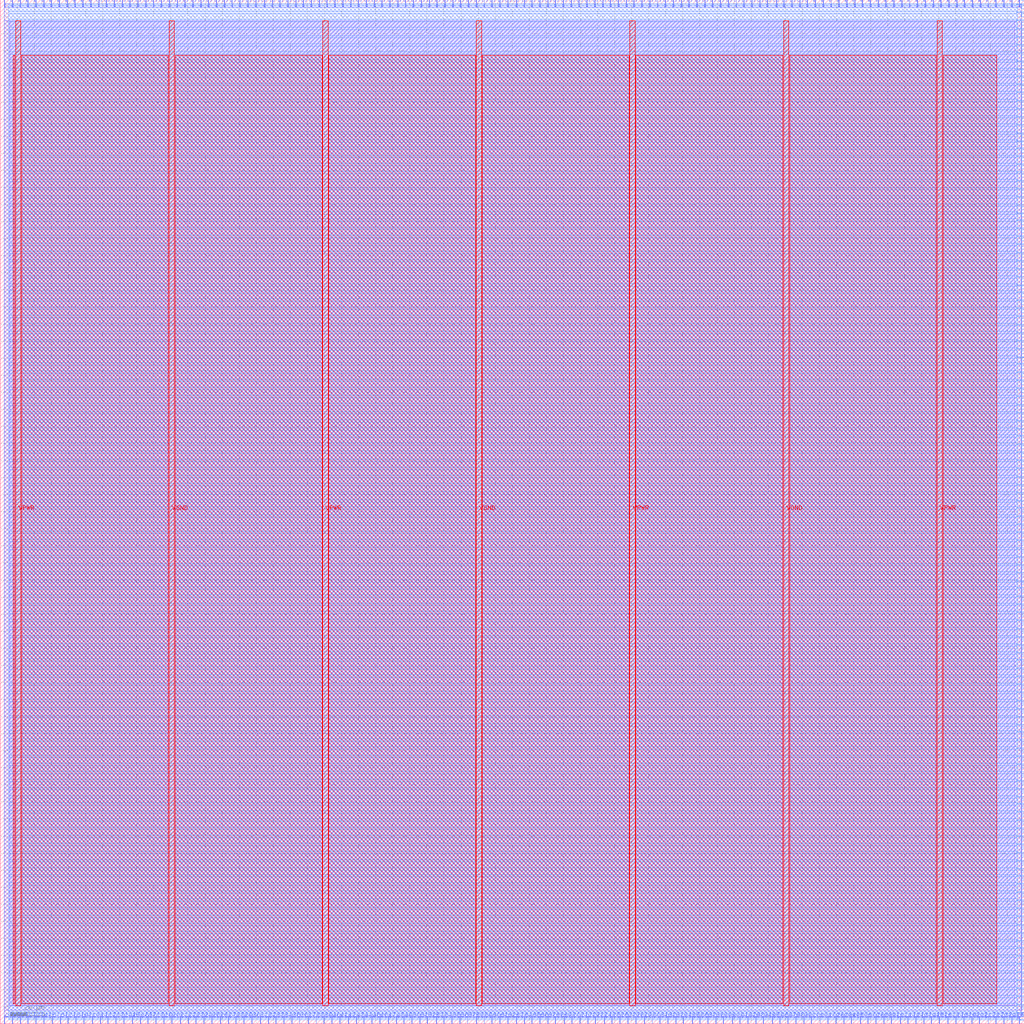
<source format=lef>
VERSION 5.7 ;
  NOWIREEXTENSIONATPIN ON ;
  DIVIDERCHAR "/" ;
  BUSBITCHARS "[]" ;
MACRO multiply_add_64x64
  CLASS BLOCK ;
  FOREIGN multiply_add_64x64 ;
  ORIGIN 0.000 0.000 ;
  SIZE 600.000 BY 600.000 ;
  PIN VGND
    DIRECTION INOUT ;
    USE GROUND ;
    PORT
      LAYER met4 ;
        RECT 98.970 10.640 102.070 587.760 ;
    END
    PORT
      LAYER met4 ;
        RECT 278.970 10.640 282.070 587.760 ;
    END
    PORT
      LAYER met4 ;
        RECT 458.970 10.640 462.070 587.760 ;
    END
  END VGND
  PIN VPWR
    DIRECTION INOUT ;
    USE POWER ;
    PORT
      LAYER met4 ;
        RECT 8.970 10.640 12.070 587.760 ;
    END
    PORT
      LAYER met4 ;
        RECT 188.970 10.640 192.070 587.760 ;
    END
    PORT
      LAYER met4 ;
        RECT 368.970 10.640 372.070 587.760 ;
    END
    PORT
      LAYER met4 ;
        RECT 548.970 10.640 552.070 587.760 ;
    END
  END VPWR
  PIN a[0]
    DIRECTION INPUT ;
    USE SIGNAL ;
    PORT
      LAYER met3 ;
        RECT 596.000 2.080 600.000 2.680 ;
    END
  END a[0]
  PIN a[10]
    DIRECTION INPUT ;
    USE SIGNAL ;
    PORT
      LAYER met3 ;
        RECT 596.000 48.320 600.000 48.920 ;
    END
  END a[10]
  PIN a[11]
    DIRECTION INPUT ;
    USE SIGNAL ;
    PORT
      LAYER met3 ;
        RECT 596.000 53.080 600.000 53.680 ;
    END
  END a[11]
  PIN a[12]
    DIRECTION INPUT ;
    USE SIGNAL ;
    PORT
      LAYER met3 ;
        RECT 596.000 57.840 600.000 58.440 ;
    END
  END a[12]
  PIN a[13]
    DIRECTION INPUT ;
    USE SIGNAL ;
    PORT
      LAYER met3 ;
        RECT 596.000 62.600 600.000 63.200 ;
    END
  END a[13]
  PIN a[14]
    DIRECTION INPUT ;
    USE SIGNAL ;
    PORT
      LAYER met3 ;
        RECT 596.000 67.360 600.000 67.960 ;
    END
  END a[14]
  PIN a[15]
    DIRECTION INPUT ;
    USE SIGNAL ;
    PORT
      LAYER met3 ;
        RECT 596.000 72.120 600.000 72.720 ;
    END
  END a[15]
  PIN a[16]
    DIRECTION INPUT ;
    USE SIGNAL ;
    PORT
      LAYER met3 ;
        RECT 596.000 76.880 600.000 77.480 ;
    END
  END a[16]
  PIN a[17]
    DIRECTION INPUT ;
    USE SIGNAL ;
    PORT
      LAYER met3 ;
        RECT 596.000 81.640 600.000 82.240 ;
    END
  END a[17]
  PIN a[18]
    DIRECTION INPUT ;
    USE SIGNAL ;
    PORT
      LAYER met3 ;
        RECT 596.000 86.400 600.000 87.000 ;
    END
  END a[18]
  PIN a[19]
    DIRECTION INPUT ;
    USE SIGNAL ;
    PORT
      LAYER met3 ;
        RECT 596.000 90.480 600.000 91.080 ;
    END
  END a[19]
  PIN a[1]
    DIRECTION INPUT ;
    USE SIGNAL ;
    PORT
      LAYER met3 ;
        RECT 596.000 6.160 600.000 6.760 ;
    END
  END a[1]
  PIN a[20]
    DIRECTION INPUT ;
    USE SIGNAL ;
    PORT
      LAYER met3 ;
        RECT 596.000 95.240 600.000 95.840 ;
    END
  END a[20]
  PIN a[21]
    DIRECTION INPUT ;
    USE SIGNAL ;
    PORT
      LAYER met3 ;
        RECT 596.000 100.000 600.000 100.600 ;
    END
  END a[21]
  PIN a[22]
    DIRECTION INPUT ;
    USE SIGNAL ;
    PORT
      LAYER met3 ;
        RECT 596.000 104.760 600.000 105.360 ;
    END
  END a[22]
  PIN a[23]
    DIRECTION INPUT ;
    USE SIGNAL ;
    PORT
      LAYER met3 ;
        RECT 596.000 109.520 600.000 110.120 ;
    END
  END a[23]
  PIN a[24]
    DIRECTION INPUT ;
    USE SIGNAL ;
    PORT
      LAYER met3 ;
        RECT 596.000 114.280 600.000 114.880 ;
    END
  END a[24]
  PIN a[25]
    DIRECTION INPUT ;
    USE SIGNAL ;
    PORT
      LAYER met3 ;
        RECT 596.000 119.040 600.000 119.640 ;
    END
  END a[25]
  PIN a[26]
    DIRECTION INPUT ;
    USE SIGNAL ;
    PORT
      LAYER met3 ;
        RECT 596.000 123.800 600.000 124.400 ;
    END
  END a[26]
  PIN a[27]
    DIRECTION INPUT ;
    USE SIGNAL ;
    PORT
      LAYER met3 ;
        RECT 596.000 128.560 600.000 129.160 ;
    END
  END a[27]
  PIN a[28]
    DIRECTION INPUT ;
    USE SIGNAL ;
    PORT
      LAYER met3 ;
        RECT 596.000 132.640 600.000 133.240 ;
    END
  END a[28]
  PIN a[29]
    DIRECTION INPUT ;
    USE SIGNAL ;
    PORT
      LAYER met3 ;
        RECT 596.000 137.400 600.000 138.000 ;
    END
  END a[29]
  PIN a[2]
    DIRECTION INPUT ;
    USE SIGNAL ;
    PORT
      LAYER met3 ;
        RECT 596.000 10.920 600.000 11.520 ;
    END
  END a[2]
  PIN a[30]
    DIRECTION INPUT ;
    USE SIGNAL ;
    PORT
      LAYER met3 ;
        RECT 596.000 142.160 600.000 142.760 ;
    END
  END a[30]
  PIN a[31]
    DIRECTION INPUT ;
    USE SIGNAL ;
    PORT
      LAYER met3 ;
        RECT 596.000 146.920 600.000 147.520 ;
    END
  END a[31]
  PIN a[32]
    DIRECTION INPUT ;
    USE SIGNAL ;
    PORT
      LAYER met3 ;
        RECT 596.000 151.680 600.000 152.280 ;
    END
  END a[32]
  PIN a[33]
    DIRECTION INPUT ;
    USE SIGNAL ;
    PORT
      LAYER met3 ;
        RECT 596.000 156.440 600.000 157.040 ;
    END
  END a[33]
  PIN a[34]
    DIRECTION INPUT ;
    USE SIGNAL ;
    PORT
      LAYER met3 ;
        RECT 596.000 161.200 600.000 161.800 ;
    END
  END a[34]
  PIN a[35]
    DIRECTION INPUT ;
    USE SIGNAL ;
    PORT
      LAYER met3 ;
        RECT 596.000 165.960 600.000 166.560 ;
    END
  END a[35]
  PIN a[36]
    DIRECTION INPUT ;
    USE SIGNAL ;
    PORT
      LAYER met3 ;
        RECT 596.000 170.720 600.000 171.320 ;
    END
  END a[36]
  PIN a[37]
    DIRECTION INPUT ;
    USE SIGNAL ;
    PORT
      LAYER met3 ;
        RECT 596.000 174.800 600.000 175.400 ;
    END
  END a[37]
  PIN a[38]
    DIRECTION INPUT ;
    USE SIGNAL ;
    PORT
      LAYER met3 ;
        RECT 596.000 179.560 600.000 180.160 ;
    END
  END a[38]
  PIN a[39]
    DIRECTION INPUT ;
    USE SIGNAL ;
    PORT
      LAYER met3 ;
        RECT 596.000 184.320 600.000 184.920 ;
    END
  END a[39]
  PIN a[3]
    DIRECTION INPUT ;
    USE SIGNAL ;
    PORT
      LAYER met3 ;
        RECT 596.000 15.680 600.000 16.280 ;
    END
  END a[3]
  PIN a[40]
    DIRECTION INPUT ;
    USE SIGNAL ;
    PORT
      LAYER met3 ;
        RECT 596.000 189.080 600.000 189.680 ;
    END
  END a[40]
  PIN a[41]
    DIRECTION INPUT ;
    USE SIGNAL ;
    PORT
      LAYER met3 ;
        RECT 596.000 193.840 600.000 194.440 ;
    END
  END a[41]
  PIN a[42]
    DIRECTION INPUT ;
    USE SIGNAL ;
    PORT
      LAYER met3 ;
        RECT 596.000 198.600 600.000 199.200 ;
    END
  END a[42]
  PIN a[43]
    DIRECTION INPUT ;
    USE SIGNAL ;
    PORT
      LAYER met3 ;
        RECT 596.000 203.360 600.000 203.960 ;
    END
  END a[43]
  PIN a[44]
    DIRECTION INPUT ;
    USE SIGNAL ;
    PORT
      LAYER met3 ;
        RECT 596.000 208.120 600.000 208.720 ;
    END
  END a[44]
  PIN a[45]
    DIRECTION INPUT ;
    USE SIGNAL ;
    PORT
      LAYER met3 ;
        RECT 596.000 212.880 600.000 213.480 ;
    END
  END a[45]
  PIN a[46]
    DIRECTION INPUT ;
    USE SIGNAL ;
    PORT
      LAYER met3 ;
        RECT 596.000 216.960 600.000 217.560 ;
    END
  END a[46]
  PIN a[47]
    DIRECTION INPUT ;
    USE SIGNAL ;
    PORT
      LAYER met3 ;
        RECT 596.000 221.720 600.000 222.320 ;
    END
  END a[47]
  PIN a[48]
    DIRECTION INPUT ;
    USE SIGNAL ;
    PORT
      LAYER met3 ;
        RECT 596.000 226.480 600.000 227.080 ;
    END
  END a[48]
  PIN a[49]
    DIRECTION INPUT ;
    USE SIGNAL ;
    PORT
      LAYER met3 ;
        RECT 596.000 231.240 600.000 231.840 ;
    END
  END a[49]
  PIN a[4]
    DIRECTION INPUT ;
    USE SIGNAL ;
    PORT
      LAYER met3 ;
        RECT 596.000 20.440 600.000 21.040 ;
    END
  END a[4]
  PIN a[50]
    DIRECTION INPUT ;
    USE SIGNAL ;
    PORT
      LAYER met3 ;
        RECT 596.000 236.000 600.000 236.600 ;
    END
  END a[50]
  PIN a[51]
    DIRECTION INPUT ;
    USE SIGNAL ;
    PORT
      LAYER met3 ;
        RECT 596.000 240.760 600.000 241.360 ;
    END
  END a[51]
  PIN a[52]
    DIRECTION INPUT ;
    USE SIGNAL ;
    PORT
      LAYER met3 ;
        RECT 596.000 245.520 600.000 246.120 ;
    END
  END a[52]
  PIN a[53]
    DIRECTION INPUT ;
    USE SIGNAL ;
    PORT
      LAYER met3 ;
        RECT 596.000 250.280 600.000 250.880 ;
    END
  END a[53]
  PIN a[54]
    DIRECTION INPUT ;
    USE SIGNAL ;
    PORT
      LAYER met3 ;
        RECT 596.000 255.040 600.000 255.640 ;
    END
  END a[54]
  PIN a[55]
    DIRECTION INPUT ;
    USE SIGNAL ;
    PORT
      LAYER met3 ;
        RECT 596.000 259.120 600.000 259.720 ;
    END
  END a[55]
  PIN a[56]
    DIRECTION INPUT ;
    USE SIGNAL ;
    PORT
      LAYER met3 ;
        RECT 596.000 263.880 600.000 264.480 ;
    END
  END a[56]
  PIN a[57]
    DIRECTION INPUT ;
    USE SIGNAL ;
    PORT
      LAYER met3 ;
        RECT 596.000 268.640 600.000 269.240 ;
    END
  END a[57]
  PIN a[58]
    DIRECTION INPUT ;
    USE SIGNAL ;
    PORT
      LAYER met3 ;
        RECT 596.000 273.400 600.000 274.000 ;
    END
  END a[58]
  PIN a[59]
    DIRECTION INPUT ;
    USE SIGNAL ;
    PORT
      LAYER met3 ;
        RECT 596.000 278.160 600.000 278.760 ;
    END
  END a[59]
  PIN a[5]
    DIRECTION INPUT ;
    USE SIGNAL ;
    PORT
      LAYER met3 ;
        RECT 596.000 25.200 600.000 25.800 ;
    END
  END a[5]
  PIN a[60]
    DIRECTION INPUT ;
    USE SIGNAL ;
    PORT
      LAYER met3 ;
        RECT 596.000 282.920 600.000 283.520 ;
    END
  END a[60]
  PIN a[61]
    DIRECTION INPUT ;
    USE SIGNAL ;
    PORT
      LAYER met3 ;
        RECT 596.000 287.680 600.000 288.280 ;
    END
  END a[61]
  PIN a[62]
    DIRECTION INPUT ;
    USE SIGNAL ;
    PORT
      LAYER met3 ;
        RECT 596.000 292.440 600.000 293.040 ;
    END
  END a[62]
  PIN a[63]
    DIRECTION INPUT ;
    USE SIGNAL ;
    PORT
      LAYER met3 ;
        RECT 596.000 297.200 600.000 297.800 ;
    END
  END a[63]
  PIN a[6]
    DIRECTION INPUT ;
    USE SIGNAL ;
    PORT
      LAYER met3 ;
        RECT 596.000 29.960 600.000 30.560 ;
    END
  END a[6]
  PIN a[7]
    DIRECTION INPUT ;
    USE SIGNAL ;
    PORT
      LAYER met3 ;
        RECT 596.000 34.720 600.000 35.320 ;
    END
  END a[7]
  PIN a[8]
    DIRECTION INPUT ;
    USE SIGNAL ;
    PORT
      LAYER met3 ;
        RECT 596.000 39.480 600.000 40.080 ;
    END
  END a[8]
  PIN a[9]
    DIRECTION INPUT ;
    USE SIGNAL ;
    PORT
      LAYER met3 ;
        RECT 596.000 44.240 600.000 44.840 ;
    END
  END a[9]
  PIN b[0]
    DIRECTION INPUT ;
    USE SIGNAL ;
    PORT
      LAYER met3 ;
        RECT 596.000 301.960 600.000 302.560 ;
    END
  END b[0]
  PIN b[10]
    DIRECTION INPUT ;
    USE SIGNAL ;
    PORT
      LAYER met3 ;
        RECT 596.000 348.200 600.000 348.800 ;
    END
  END b[10]
  PIN b[11]
    DIRECTION INPUT ;
    USE SIGNAL ;
    PORT
      LAYER met3 ;
        RECT 596.000 352.960 600.000 353.560 ;
    END
  END b[11]
  PIN b[12]
    DIRECTION INPUT ;
    USE SIGNAL ;
    PORT
      LAYER met3 ;
        RECT 596.000 357.720 600.000 358.320 ;
    END
  END b[12]
  PIN b[13]
    DIRECTION INPUT ;
    USE SIGNAL ;
    PORT
      LAYER met3 ;
        RECT 596.000 362.480 600.000 363.080 ;
    END
  END b[13]
  PIN b[14]
    DIRECTION INPUT ;
    USE SIGNAL ;
    PORT
      LAYER met3 ;
        RECT 596.000 367.240 600.000 367.840 ;
    END
  END b[14]
  PIN b[15]
    DIRECTION INPUT ;
    USE SIGNAL ;
    PORT
      LAYER met3 ;
        RECT 596.000 372.000 600.000 372.600 ;
    END
  END b[15]
  PIN b[16]
    DIRECTION INPUT ;
    USE SIGNAL ;
    PORT
      LAYER met3 ;
        RECT 596.000 376.760 600.000 377.360 ;
    END
  END b[16]
  PIN b[17]
    DIRECTION INPUT ;
    USE SIGNAL ;
    PORT
      LAYER met3 ;
        RECT 596.000 381.520 600.000 382.120 ;
    END
  END b[17]
  PIN b[18]
    DIRECTION INPUT ;
    USE SIGNAL ;
    PORT
      LAYER met3 ;
        RECT 596.000 386.280 600.000 386.880 ;
    END
  END b[18]
  PIN b[19]
    DIRECTION INPUT ;
    USE SIGNAL ;
    PORT
      LAYER met3 ;
        RECT 596.000 390.360 600.000 390.960 ;
    END
  END b[19]
  PIN b[1]
    DIRECTION INPUT ;
    USE SIGNAL ;
    PORT
      LAYER met3 ;
        RECT 596.000 306.040 600.000 306.640 ;
    END
  END b[1]
  PIN b[20]
    DIRECTION INPUT ;
    USE SIGNAL ;
    PORT
      LAYER met3 ;
        RECT 596.000 395.120 600.000 395.720 ;
    END
  END b[20]
  PIN b[21]
    DIRECTION INPUT ;
    USE SIGNAL ;
    PORT
      LAYER met3 ;
        RECT 596.000 399.880 600.000 400.480 ;
    END
  END b[21]
  PIN b[22]
    DIRECTION INPUT ;
    USE SIGNAL ;
    PORT
      LAYER met3 ;
        RECT 596.000 404.640 600.000 405.240 ;
    END
  END b[22]
  PIN b[23]
    DIRECTION INPUT ;
    USE SIGNAL ;
    PORT
      LAYER met3 ;
        RECT 596.000 409.400 600.000 410.000 ;
    END
  END b[23]
  PIN b[24]
    DIRECTION INPUT ;
    USE SIGNAL ;
    PORT
      LAYER met3 ;
        RECT 596.000 414.160 600.000 414.760 ;
    END
  END b[24]
  PIN b[25]
    DIRECTION INPUT ;
    USE SIGNAL ;
    PORT
      LAYER met3 ;
        RECT 596.000 418.920 600.000 419.520 ;
    END
  END b[25]
  PIN b[26]
    DIRECTION INPUT ;
    USE SIGNAL ;
    PORT
      LAYER met3 ;
        RECT 596.000 423.680 600.000 424.280 ;
    END
  END b[26]
  PIN b[27]
    DIRECTION INPUT ;
    USE SIGNAL ;
    PORT
      LAYER met3 ;
        RECT 596.000 428.440 600.000 429.040 ;
    END
  END b[27]
  PIN b[28]
    DIRECTION INPUT ;
    USE SIGNAL ;
    PORT
      LAYER met3 ;
        RECT 596.000 432.520 600.000 433.120 ;
    END
  END b[28]
  PIN b[29]
    DIRECTION INPUT ;
    USE SIGNAL ;
    PORT
      LAYER met3 ;
        RECT 596.000 437.280 600.000 437.880 ;
    END
  END b[29]
  PIN b[2]
    DIRECTION INPUT ;
    USE SIGNAL ;
    PORT
      LAYER met3 ;
        RECT 596.000 310.800 600.000 311.400 ;
    END
  END b[2]
  PIN b[30]
    DIRECTION INPUT ;
    USE SIGNAL ;
    PORT
      LAYER met3 ;
        RECT 596.000 442.040 600.000 442.640 ;
    END
  END b[30]
  PIN b[31]
    DIRECTION INPUT ;
    USE SIGNAL ;
    PORT
      LAYER met3 ;
        RECT 596.000 446.800 600.000 447.400 ;
    END
  END b[31]
  PIN b[32]
    DIRECTION INPUT ;
    USE SIGNAL ;
    PORT
      LAYER met3 ;
        RECT 596.000 451.560 600.000 452.160 ;
    END
  END b[32]
  PIN b[33]
    DIRECTION INPUT ;
    USE SIGNAL ;
    PORT
      LAYER met3 ;
        RECT 596.000 456.320 600.000 456.920 ;
    END
  END b[33]
  PIN b[34]
    DIRECTION INPUT ;
    USE SIGNAL ;
    PORT
      LAYER met3 ;
        RECT 596.000 461.080 600.000 461.680 ;
    END
  END b[34]
  PIN b[35]
    DIRECTION INPUT ;
    USE SIGNAL ;
    PORT
      LAYER met3 ;
        RECT 596.000 465.840 600.000 466.440 ;
    END
  END b[35]
  PIN b[36]
    DIRECTION INPUT ;
    USE SIGNAL ;
    PORT
      LAYER met3 ;
        RECT 596.000 470.600 600.000 471.200 ;
    END
  END b[36]
  PIN b[37]
    DIRECTION INPUT ;
    USE SIGNAL ;
    PORT
      LAYER met3 ;
        RECT 596.000 474.680 600.000 475.280 ;
    END
  END b[37]
  PIN b[38]
    DIRECTION INPUT ;
    USE SIGNAL ;
    PORT
      LAYER met3 ;
        RECT 596.000 479.440 600.000 480.040 ;
    END
  END b[38]
  PIN b[39]
    DIRECTION INPUT ;
    USE SIGNAL ;
    PORT
      LAYER met3 ;
        RECT 596.000 484.200 600.000 484.800 ;
    END
  END b[39]
  PIN b[3]
    DIRECTION INPUT ;
    USE SIGNAL ;
    PORT
      LAYER met3 ;
        RECT 596.000 315.560 600.000 316.160 ;
    END
  END b[3]
  PIN b[40]
    DIRECTION INPUT ;
    USE SIGNAL ;
    PORT
      LAYER met3 ;
        RECT 596.000 488.960 600.000 489.560 ;
    END
  END b[40]
  PIN b[41]
    DIRECTION INPUT ;
    USE SIGNAL ;
    PORT
      LAYER met3 ;
        RECT 596.000 493.720 600.000 494.320 ;
    END
  END b[41]
  PIN b[42]
    DIRECTION INPUT ;
    USE SIGNAL ;
    PORT
      LAYER met3 ;
        RECT 596.000 498.480 600.000 499.080 ;
    END
  END b[42]
  PIN b[43]
    DIRECTION INPUT ;
    USE SIGNAL ;
    PORT
      LAYER met3 ;
        RECT 596.000 503.240 600.000 503.840 ;
    END
  END b[43]
  PIN b[44]
    DIRECTION INPUT ;
    USE SIGNAL ;
    PORT
      LAYER met3 ;
        RECT 596.000 508.000 600.000 508.600 ;
    END
  END b[44]
  PIN b[45]
    DIRECTION INPUT ;
    USE SIGNAL ;
    PORT
      LAYER met3 ;
        RECT 596.000 512.760 600.000 513.360 ;
    END
  END b[45]
  PIN b[46]
    DIRECTION INPUT ;
    USE SIGNAL ;
    PORT
      LAYER met3 ;
        RECT 596.000 516.840 600.000 517.440 ;
    END
  END b[46]
  PIN b[47]
    DIRECTION INPUT ;
    USE SIGNAL ;
    PORT
      LAYER met3 ;
        RECT 596.000 521.600 600.000 522.200 ;
    END
  END b[47]
  PIN b[48]
    DIRECTION INPUT ;
    USE SIGNAL ;
    PORT
      LAYER met3 ;
        RECT 596.000 526.360 600.000 526.960 ;
    END
  END b[48]
  PIN b[49]
    DIRECTION INPUT ;
    USE SIGNAL ;
    PORT
      LAYER met3 ;
        RECT 596.000 531.120 600.000 531.720 ;
    END
  END b[49]
  PIN b[4]
    DIRECTION INPUT ;
    USE SIGNAL ;
    PORT
      LAYER met3 ;
        RECT 596.000 320.320 600.000 320.920 ;
    END
  END b[4]
  PIN b[50]
    DIRECTION INPUT ;
    USE SIGNAL ;
    PORT
      LAYER met3 ;
        RECT 596.000 535.880 600.000 536.480 ;
    END
  END b[50]
  PIN b[51]
    DIRECTION INPUT ;
    USE SIGNAL ;
    PORT
      LAYER met3 ;
        RECT 596.000 540.640 600.000 541.240 ;
    END
  END b[51]
  PIN b[52]
    DIRECTION INPUT ;
    USE SIGNAL ;
    PORT
      LAYER met3 ;
        RECT 596.000 545.400 600.000 546.000 ;
    END
  END b[52]
  PIN b[53]
    DIRECTION INPUT ;
    USE SIGNAL ;
    PORT
      LAYER met3 ;
        RECT 596.000 550.160 600.000 550.760 ;
    END
  END b[53]
  PIN b[54]
    DIRECTION INPUT ;
    USE SIGNAL ;
    PORT
      LAYER met3 ;
        RECT 596.000 554.920 600.000 555.520 ;
    END
  END b[54]
  PIN b[55]
    DIRECTION INPUT ;
    USE SIGNAL ;
    PORT
      LAYER met3 ;
        RECT 596.000 559.000 600.000 559.600 ;
    END
  END b[55]
  PIN b[56]
    DIRECTION INPUT ;
    USE SIGNAL ;
    PORT
      LAYER met3 ;
        RECT 596.000 563.760 600.000 564.360 ;
    END
  END b[56]
  PIN b[57]
    DIRECTION INPUT ;
    USE SIGNAL ;
    PORT
      LAYER met3 ;
        RECT 596.000 568.520 600.000 569.120 ;
    END
  END b[57]
  PIN b[58]
    DIRECTION INPUT ;
    USE SIGNAL ;
    PORT
      LAYER met3 ;
        RECT 596.000 573.280 600.000 573.880 ;
    END
  END b[58]
  PIN b[59]
    DIRECTION INPUT ;
    USE SIGNAL ;
    PORT
      LAYER met3 ;
        RECT 596.000 578.040 600.000 578.640 ;
    END
  END b[59]
  PIN b[5]
    DIRECTION INPUT ;
    USE SIGNAL ;
    PORT
      LAYER met3 ;
        RECT 596.000 325.080 600.000 325.680 ;
    END
  END b[5]
  PIN b[60]
    DIRECTION INPUT ;
    USE SIGNAL ;
    PORT
      LAYER met3 ;
        RECT 596.000 582.800 600.000 583.400 ;
    END
  END b[60]
  PIN b[61]
    DIRECTION INPUT ;
    USE SIGNAL ;
    PORT
      LAYER met3 ;
        RECT 596.000 587.560 600.000 588.160 ;
    END
  END b[61]
  PIN b[62]
    DIRECTION INPUT ;
    USE SIGNAL ;
    PORT
      LAYER met3 ;
        RECT 596.000 592.320 600.000 592.920 ;
    END
  END b[62]
  PIN b[63]
    DIRECTION INPUT ;
    USE SIGNAL ;
    PORT
      LAYER met3 ;
        RECT 596.000 597.080 600.000 597.680 ;
    END
  END b[63]
  PIN b[6]
    DIRECTION INPUT ;
    USE SIGNAL ;
    PORT
      LAYER met3 ;
        RECT 596.000 329.840 600.000 330.440 ;
    END
  END b[6]
  PIN b[7]
    DIRECTION INPUT ;
    USE SIGNAL ;
    PORT
      LAYER met3 ;
        RECT 596.000 334.600 600.000 335.200 ;
    END
  END b[7]
  PIN b[8]
    DIRECTION INPUT ;
    USE SIGNAL ;
    PORT
      LAYER met3 ;
        RECT 596.000 339.360 600.000 339.960 ;
    END
  END b[8]
  PIN b[9]
    DIRECTION INPUT ;
    USE SIGNAL ;
    PORT
      LAYER met3 ;
        RECT 596.000 344.120 600.000 344.720 ;
    END
  END b[9]
  PIN c[0]
    DIRECTION INPUT ;
    USE SIGNAL ;
    PORT
      LAYER met2 ;
        RECT 2.390 0.000 2.670 4.000 ;
    END
  END c[0]
  PIN c[100]
    DIRECTION INPUT ;
    USE SIGNAL ;
    PORT
      LAYER met2 ;
        RECT 470.670 0.000 470.950 4.000 ;
    END
  END c[100]
  PIN c[101]
    DIRECTION INPUT ;
    USE SIGNAL ;
    PORT
      LAYER met2 ;
        RECT 475.270 0.000 475.550 4.000 ;
    END
  END c[101]
  PIN c[102]
    DIRECTION INPUT ;
    USE SIGNAL ;
    PORT
      LAYER met2 ;
        RECT 480.330 0.000 480.610 4.000 ;
    END
  END c[102]
  PIN c[103]
    DIRECTION INPUT ;
    USE SIGNAL ;
    PORT
      LAYER met2 ;
        RECT 484.930 0.000 485.210 4.000 ;
    END
  END c[103]
  PIN c[104]
    DIRECTION INPUT ;
    USE SIGNAL ;
    PORT
      LAYER met2 ;
        RECT 489.530 0.000 489.810 4.000 ;
    END
  END c[104]
  PIN c[105]
    DIRECTION INPUT ;
    USE SIGNAL ;
    PORT
      LAYER met2 ;
        RECT 494.130 0.000 494.410 4.000 ;
    END
  END c[105]
  PIN c[106]
    DIRECTION INPUT ;
    USE SIGNAL ;
    PORT
      LAYER met2 ;
        RECT 498.730 0.000 499.010 4.000 ;
    END
  END c[106]
  PIN c[107]
    DIRECTION INPUT ;
    USE SIGNAL ;
    PORT
      LAYER met2 ;
        RECT 503.790 0.000 504.070 4.000 ;
    END
  END c[107]
  PIN c[108]
    DIRECTION INPUT ;
    USE SIGNAL ;
    PORT
      LAYER met2 ;
        RECT 508.390 0.000 508.670 4.000 ;
    END
  END c[108]
  PIN c[109]
    DIRECTION INPUT ;
    USE SIGNAL ;
    PORT
      LAYER met2 ;
        RECT 512.990 0.000 513.270 4.000 ;
    END
  END c[109]
  PIN c[10]
    DIRECTION INPUT ;
    USE SIGNAL ;
    PORT
      LAYER met2 ;
        RECT 48.850 0.000 49.130 4.000 ;
    END
  END c[10]
  PIN c[110]
    DIRECTION INPUT ;
    USE SIGNAL ;
    PORT
      LAYER met2 ;
        RECT 517.590 0.000 517.870 4.000 ;
    END
  END c[110]
  PIN c[111]
    DIRECTION INPUT ;
    USE SIGNAL ;
    PORT
      LAYER met2 ;
        RECT 522.190 0.000 522.470 4.000 ;
    END
  END c[111]
  PIN c[112]
    DIRECTION INPUT ;
    USE SIGNAL ;
    PORT
      LAYER met2 ;
        RECT 527.250 0.000 527.530 4.000 ;
    END
  END c[112]
  PIN c[113]
    DIRECTION INPUT ;
    USE SIGNAL ;
    PORT
      LAYER met2 ;
        RECT 531.850 0.000 532.130 4.000 ;
    END
  END c[113]
  PIN c[114]
    DIRECTION INPUT ;
    USE SIGNAL ;
    PORT
      LAYER met2 ;
        RECT 536.450 0.000 536.730 4.000 ;
    END
  END c[114]
  PIN c[115]
    DIRECTION INPUT ;
    USE SIGNAL ;
    PORT
      LAYER met2 ;
        RECT 541.050 0.000 541.330 4.000 ;
    END
  END c[115]
  PIN c[116]
    DIRECTION INPUT ;
    USE SIGNAL ;
    PORT
      LAYER met2 ;
        RECT 545.650 0.000 545.930 4.000 ;
    END
  END c[116]
  PIN c[117]
    DIRECTION INPUT ;
    USE SIGNAL ;
    PORT
      LAYER met2 ;
        RECT 550.250 0.000 550.530 4.000 ;
    END
  END c[117]
  PIN c[118]
    DIRECTION INPUT ;
    USE SIGNAL ;
    PORT
      LAYER met2 ;
        RECT 555.310 0.000 555.590 4.000 ;
    END
  END c[118]
  PIN c[119]
    DIRECTION INPUT ;
    USE SIGNAL ;
    PORT
      LAYER met2 ;
        RECT 559.910 0.000 560.190 4.000 ;
    END
  END c[119]
  PIN c[11]
    DIRECTION INPUT ;
    USE SIGNAL ;
    PORT
      LAYER met2 ;
        RECT 53.910 0.000 54.190 4.000 ;
    END
  END c[11]
  PIN c[120]
    DIRECTION INPUT ;
    USE SIGNAL ;
    PORT
      LAYER met2 ;
        RECT 564.510 0.000 564.790 4.000 ;
    END
  END c[120]
  PIN c[121]
    DIRECTION INPUT ;
    USE SIGNAL ;
    PORT
      LAYER met2 ;
        RECT 569.110 0.000 569.390 4.000 ;
    END
  END c[121]
  PIN c[122]
    DIRECTION INPUT ;
    USE SIGNAL ;
    PORT
      LAYER met2 ;
        RECT 573.710 0.000 573.990 4.000 ;
    END
  END c[122]
  PIN c[123]
    DIRECTION INPUT ;
    USE SIGNAL ;
    PORT
      LAYER met2 ;
        RECT 578.770 0.000 579.050 4.000 ;
    END
  END c[123]
  PIN c[124]
    DIRECTION INPUT ;
    USE SIGNAL ;
    PORT
      LAYER met2 ;
        RECT 583.370 0.000 583.650 4.000 ;
    END
  END c[124]
  PIN c[125]
    DIRECTION INPUT ;
    USE SIGNAL ;
    PORT
      LAYER met2 ;
        RECT 587.970 0.000 588.250 4.000 ;
    END
  END c[125]
  PIN c[126]
    DIRECTION INPUT ;
    USE SIGNAL ;
    PORT
      LAYER met2 ;
        RECT 592.570 0.000 592.850 4.000 ;
    END
  END c[126]
  PIN c[127]
    DIRECTION INPUT ;
    USE SIGNAL ;
    PORT
      LAYER met2 ;
        RECT 597.170 0.000 597.450 4.000 ;
    END
  END c[127]
  PIN c[12]
    DIRECTION INPUT ;
    USE SIGNAL ;
    PORT
      LAYER met2 ;
        RECT 58.510 0.000 58.790 4.000 ;
    END
  END c[12]
  PIN c[13]
    DIRECTION INPUT ;
    USE SIGNAL ;
    PORT
      LAYER met2 ;
        RECT 63.110 0.000 63.390 4.000 ;
    END
  END c[13]
  PIN c[14]
    DIRECTION INPUT ;
    USE SIGNAL ;
    PORT
      LAYER met2 ;
        RECT 67.710 0.000 67.990 4.000 ;
    END
  END c[14]
  PIN c[15]
    DIRECTION INPUT ;
    USE SIGNAL ;
    PORT
      LAYER met2 ;
        RECT 72.310 0.000 72.590 4.000 ;
    END
  END c[15]
  PIN c[16]
    DIRECTION INPUT ;
    USE SIGNAL ;
    PORT
      LAYER met2 ;
        RECT 77.370 0.000 77.650 4.000 ;
    END
  END c[16]
  PIN c[17]
    DIRECTION INPUT ;
    USE SIGNAL ;
    PORT
      LAYER met2 ;
        RECT 81.970 0.000 82.250 4.000 ;
    END
  END c[17]
  PIN c[18]
    DIRECTION INPUT ;
    USE SIGNAL ;
    PORT
      LAYER met2 ;
        RECT 86.570 0.000 86.850 4.000 ;
    END
  END c[18]
  PIN c[19]
    DIRECTION INPUT ;
    USE SIGNAL ;
    PORT
      LAYER met2 ;
        RECT 91.170 0.000 91.450 4.000 ;
    END
  END c[19]
  PIN c[1]
    DIRECTION INPUT ;
    USE SIGNAL ;
    PORT
      LAYER met2 ;
        RECT 6.990 0.000 7.270 4.000 ;
    END
  END c[1]
  PIN c[20]
    DIRECTION INPUT ;
    USE SIGNAL ;
    PORT
      LAYER met2 ;
        RECT 95.770 0.000 96.050 4.000 ;
    END
  END c[20]
  PIN c[21]
    DIRECTION INPUT ;
    USE SIGNAL ;
    PORT
      LAYER met2 ;
        RECT 100.370 0.000 100.650 4.000 ;
    END
  END c[21]
  PIN c[22]
    DIRECTION INPUT ;
    USE SIGNAL ;
    PORT
      LAYER met2 ;
        RECT 105.430 0.000 105.710 4.000 ;
    END
  END c[22]
  PIN c[23]
    DIRECTION INPUT ;
    USE SIGNAL ;
    PORT
      LAYER met2 ;
        RECT 110.030 0.000 110.310 4.000 ;
    END
  END c[23]
  PIN c[24]
    DIRECTION INPUT ;
    USE SIGNAL ;
    PORT
      LAYER met2 ;
        RECT 114.630 0.000 114.910 4.000 ;
    END
  END c[24]
  PIN c[25]
    DIRECTION INPUT ;
    USE SIGNAL ;
    PORT
      LAYER met2 ;
        RECT 119.230 0.000 119.510 4.000 ;
    END
  END c[25]
  PIN c[26]
    DIRECTION INPUT ;
    USE SIGNAL ;
    PORT
      LAYER met2 ;
        RECT 123.830 0.000 124.110 4.000 ;
    END
  END c[26]
  PIN c[27]
    DIRECTION INPUT ;
    USE SIGNAL ;
    PORT
      LAYER met2 ;
        RECT 128.890 0.000 129.170 4.000 ;
    END
  END c[27]
  PIN c[28]
    DIRECTION INPUT ;
    USE SIGNAL ;
    PORT
      LAYER met2 ;
        RECT 133.490 0.000 133.770 4.000 ;
    END
  END c[28]
  PIN c[29]
    DIRECTION INPUT ;
    USE SIGNAL ;
    PORT
      LAYER met2 ;
        RECT 138.090 0.000 138.370 4.000 ;
    END
  END c[29]
  PIN c[2]
    DIRECTION INPUT ;
    USE SIGNAL ;
    PORT
      LAYER met2 ;
        RECT 11.590 0.000 11.870 4.000 ;
    END
  END c[2]
  PIN c[30]
    DIRECTION INPUT ;
    USE SIGNAL ;
    PORT
      LAYER met2 ;
        RECT 142.690 0.000 142.970 4.000 ;
    END
  END c[30]
  PIN c[31]
    DIRECTION INPUT ;
    USE SIGNAL ;
    PORT
      LAYER met2 ;
        RECT 147.290 0.000 147.570 4.000 ;
    END
  END c[31]
  PIN c[32]
    DIRECTION INPUT ;
    USE SIGNAL ;
    PORT
      LAYER met2 ;
        RECT 152.350 0.000 152.630 4.000 ;
    END
  END c[32]
  PIN c[33]
    DIRECTION INPUT ;
    USE SIGNAL ;
    PORT
      LAYER met2 ;
        RECT 156.950 0.000 157.230 4.000 ;
    END
  END c[33]
  PIN c[34]
    DIRECTION INPUT ;
    USE SIGNAL ;
    PORT
      LAYER met2 ;
        RECT 161.550 0.000 161.830 4.000 ;
    END
  END c[34]
  PIN c[35]
    DIRECTION INPUT ;
    USE SIGNAL ;
    PORT
      LAYER met2 ;
        RECT 166.150 0.000 166.430 4.000 ;
    END
  END c[35]
  PIN c[36]
    DIRECTION INPUT ;
    USE SIGNAL ;
    PORT
      LAYER met2 ;
        RECT 170.750 0.000 171.030 4.000 ;
    END
  END c[36]
  PIN c[37]
    DIRECTION INPUT ;
    USE SIGNAL ;
    PORT
      LAYER met2 ;
        RECT 175.350 0.000 175.630 4.000 ;
    END
  END c[37]
  PIN c[38]
    DIRECTION INPUT ;
    USE SIGNAL ;
    PORT
      LAYER met2 ;
        RECT 180.410 0.000 180.690 4.000 ;
    END
  END c[38]
  PIN c[39]
    DIRECTION INPUT ;
    USE SIGNAL ;
    PORT
      LAYER met2 ;
        RECT 185.010 0.000 185.290 4.000 ;
    END
  END c[39]
  PIN c[3]
    DIRECTION INPUT ;
    USE SIGNAL ;
    PORT
      LAYER met2 ;
        RECT 16.190 0.000 16.470 4.000 ;
    END
  END c[3]
  PIN c[40]
    DIRECTION INPUT ;
    USE SIGNAL ;
    PORT
      LAYER met2 ;
        RECT 189.610 0.000 189.890 4.000 ;
    END
  END c[40]
  PIN c[41]
    DIRECTION INPUT ;
    USE SIGNAL ;
    PORT
      LAYER met2 ;
        RECT 194.210 0.000 194.490 4.000 ;
    END
  END c[41]
  PIN c[42]
    DIRECTION INPUT ;
    USE SIGNAL ;
    PORT
      LAYER met2 ;
        RECT 198.810 0.000 199.090 4.000 ;
    END
  END c[42]
  PIN c[43]
    DIRECTION INPUT ;
    USE SIGNAL ;
    PORT
      LAYER met2 ;
        RECT 203.870 0.000 204.150 4.000 ;
    END
  END c[43]
  PIN c[44]
    DIRECTION INPUT ;
    USE SIGNAL ;
    PORT
      LAYER met2 ;
        RECT 208.470 0.000 208.750 4.000 ;
    END
  END c[44]
  PIN c[45]
    DIRECTION INPUT ;
    USE SIGNAL ;
    PORT
      LAYER met2 ;
        RECT 213.070 0.000 213.350 4.000 ;
    END
  END c[45]
  PIN c[46]
    DIRECTION INPUT ;
    USE SIGNAL ;
    PORT
      LAYER met2 ;
        RECT 217.670 0.000 217.950 4.000 ;
    END
  END c[46]
  PIN c[47]
    DIRECTION INPUT ;
    USE SIGNAL ;
    PORT
      LAYER met2 ;
        RECT 222.270 0.000 222.550 4.000 ;
    END
  END c[47]
  PIN c[48]
    DIRECTION INPUT ;
    USE SIGNAL ;
    PORT
      LAYER met2 ;
        RECT 227.330 0.000 227.610 4.000 ;
    END
  END c[48]
  PIN c[49]
    DIRECTION INPUT ;
    USE SIGNAL ;
    PORT
      LAYER met2 ;
        RECT 231.930 0.000 232.210 4.000 ;
    END
  END c[49]
  PIN c[4]
    DIRECTION INPUT ;
    USE SIGNAL ;
    PORT
      LAYER met2 ;
        RECT 20.790 0.000 21.070 4.000 ;
    END
  END c[4]
  PIN c[50]
    DIRECTION INPUT ;
    USE SIGNAL ;
    PORT
      LAYER met2 ;
        RECT 236.530 0.000 236.810 4.000 ;
    END
  END c[50]
  PIN c[51]
    DIRECTION INPUT ;
    USE SIGNAL ;
    PORT
      LAYER met2 ;
        RECT 241.130 0.000 241.410 4.000 ;
    END
  END c[51]
  PIN c[52]
    DIRECTION INPUT ;
    USE SIGNAL ;
    PORT
      LAYER met2 ;
        RECT 245.730 0.000 246.010 4.000 ;
    END
  END c[52]
  PIN c[53]
    DIRECTION INPUT ;
    USE SIGNAL ;
    PORT
      LAYER met2 ;
        RECT 250.330 0.000 250.610 4.000 ;
    END
  END c[53]
  PIN c[54]
    DIRECTION INPUT ;
    USE SIGNAL ;
    PORT
      LAYER met2 ;
        RECT 255.390 0.000 255.670 4.000 ;
    END
  END c[54]
  PIN c[55]
    DIRECTION INPUT ;
    USE SIGNAL ;
    PORT
      LAYER met2 ;
        RECT 259.990 0.000 260.270 4.000 ;
    END
  END c[55]
  PIN c[56]
    DIRECTION INPUT ;
    USE SIGNAL ;
    PORT
      LAYER met2 ;
        RECT 264.590 0.000 264.870 4.000 ;
    END
  END c[56]
  PIN c[57]
    DIRECTION INPUT ;
    USE SIGNAL ;
    PORT
      LAYER met2 ;
        RECT 269.190 0.000 269.470 4.000 ;
    END
  END c[57]
  PIN c[58]
    DIRECTION INPUT ;
    USE SIGNAL ;
    PORT
      LAYER met2 ;
        RECT 273.790 0.000 274.070 4.000 ;
    END
  END c[58]
  PIN c[59]
    DIRECTION INPUT ;
    USE SIGNAL ;
    PORT
      LAYER met2 ;
        RECT 278.850 0.000 279.130 4.000 ;
    END
  END c[59]
  PIN c[5]
    DIRECTION INPUT ;
    USE SIGNAL ;
    PORT
      LAYER met2 ;
        RECT 25.390 0.000 25.670 4.000 ;
    END
  END c[5]
  PIN c[60]
    DIRECTION INPUT ;
    USE SIGNAL ;
    PORT
      LAYER met2 ;
        RECT 283.450 0.000 283.730 4.000 ;
    END
  END c[60]
  PIN c[61]
    DIRECTION INPUT ;
    USE SIGNAL ;
    PORT
      LAYER met2 ;
        RECT 288.050 0.000 288.330 4.000 ;
    END
  END c[61]
  PIN c[62]
    DIRECTION INPUT ;
    USE SIGNAL ;
    PORT
      LAYER met2 ;
        RECT 292.650 0.000 292.930 4.000 ;
    END
  END c[62]
  PIN c[63]
    DIRECTION INPUT ;
    USE SIGNAL ;
    PORT
      LAYER met2 ;
        RECT 297.250 0.000 297.530 4.000 ;
    END
  END c[63]
  PIN c[64]
    DIRECTION INPUT ;
    USE SIGNAL ;
    PORT
      LAYER met2 ;
        RECT 302.310 0.000 302.590 4.000 ;
    END
  END c[64]
  PIN c[65]
    DIRECTION INPUT ;
    USE SIGNAL ;
    PORT
      LAYER met2 ;
        RECT 306.910 0.000 307.190 4.000 ;
    END
  END c[65]
  PIN c[66]
    DIRECTION INPUT ;
    USE SIGNAL ;
    PORT
      LAYER met2 ;
        RECT 311.510 0.000 311.790 4.000 ;
    END
  END c[66]
  PIN c[67]
    DIRECTION INPUT ;
    USE SIGNAL ;
    PORT
      LAYER met2 ;
        RECT 316.110 0.000 316.390 4.000 ;
    END
  END c[67]
  PIN c[68]
    DIRECTION INPUT ;
    USE SIGNAL ;
    PORT
      LAYER met2 ;
        RECT 320.710 0.000 320.990 4.000 ;
    END
  END c[68]
  PIN c[69]
    DIRECTION INPUT ;
    USE SIGNAL ;
    PORT
      LAYER met2 ;
        RECT 325.310 0.000 325.590 4.000 ;
    END
  END c[69]
  PIN c[6]
    DIRECTION INPUT ;
    USE SIGNAL ;
    PORT
      LAYER met2 ;
        RECT 30.450 0.000 30.730 4.000 ;
    END
  END c[6]
  PIN c[70]
    DIRECTION INPUT ;
    USE SIGNAL ;
    PORT
      LAYER met2 ;
        RECT 330.370 0.000 330.650 4.000 ;
    END
  END c[70]
  PIN c[71]
    DIRECTION INPUT ;
    USE SIGNAL ;
    PORT
      LAYER met2 ;
        RECT 334.970 0.000 335.250 4.000 ;
    END
  END c[71]
  PIN c[72]
    DIRECTION INPUT ;
    USE SIGNAL ;
    PORT
      LAYER met2 ;
        RECT 339.570 0.000 339.850 4.000 ;
    END
  END c[72]
  PIN c[73]
    DIRECTION INPUT ;
    USE SIGNAL ;
    PORT
      LAYER met2 ;
        RECT 344.170 0.000 344.450 4.000 ;
    END
  END c[73]
  PIN c[74]
    DIRECTION INPUT ;
    USE SIGNAL ;
    PORT
      LAYER met2 ;
        RECT 348.770 0.000 349.050 4.000 ;
    END
  END c[74]
  PIN c[75]
    DIRECTION INPUT ;
    USE SIGNAL ;
    PORT
      LAYER met2 ;
        RECT 353.830 0.000 354.110 4.000 ;
    END
  END c[75]
  PIN c[76]
    DIRECTION INPUT ;
    USE SIGNAL ;
    PORT
      LAYER met2 ;
        RECT 358.430 0.000 358.710 4.000 ;
    END
  END c[76]
  PIN c[77]
    DIRECTION INPUT ;
    USE SIGNAL ;
    PORT
      LAYER met2 ;
        RECT 363.030 0.000 363.310 4.000 ;
    END
  END c[77]
  PIN c[78]
    DIRECTION INPUT ;
    USE SIGNAL ;
    PORT
      LAYER met2 ;
        RECT 367.630 0.000 367.910 4.000 ;
    END
  END c[78]
  PIN c[79]
    DIRECTION INPUT ;
    USE SIGNAL ;
    PORT
      LAYER met2 ;
        RECT 372.230 0.000 372.510 4.000 ;
    END
  END c[79]
  PIN c[7]
    DIRECTION INPUT ;
    USE SIGNAL ;
    PORT
      LAYER met2 ;
        RECT 35.050 0.000 35.330 4.000 ;
    END
  END c[7]
  PIN c[80]
    DIRECTION INPUT ;
    USE SIGNAL ;
    PORT
      LAYER met2 ;
        RECT 377.290 0.000 377.570 4.000 ;
    END
  END c[80]
  PIN c[81]
    DIRECTION INPUT ;
    USE SIGNAL ;
    PORT
      LAYER met2 ;
        RECT 381.890 0.000 382.170 4.000 ;
    END
  END c[81]
  PIN c[82]
    DIRECTION INPUT ;
    USE SIGNAL ;
    PORT
      LAYER met2 ;
        RECT 386.490 0.000 386.770 4.000 ;
    END
  END c[82]
  PIN c[83]
    DIRECTION INPUT ;
    USE SIGNAL ;
    PORT
      LAYER met2 ;
        RECT 391.090 0.000 391.370 4.000 ;
    END
  END c[83]
  PIN c[84]
    DIRECTION INPUT ;
    USE SIGNAL ;
    PORT
      LAYER met2 ;
        RECT 395.690 0.000 395.970 4.000 ;
    END
  END c[84]
  PIN c[85]
    DIRECTION INPUT ;
    USE SIGNAL ;
    PORT
      LAYER met2 ;
        RECT 400.290 0.000 400.570 4.000 ;
    END
  END c[85]
  PIN c[86]
    DIRECTION INPUT ;
    USE SIGNAL ;
    PORT
      LAYER met2 ;
        RECT 405.350 0.000 405.630 4.000 ;
    END
  END c[86]
  PIN c[87]
    DIRECTION INPUT ;
    USE SIGNAL ;
    PORT
      LAYER met2 ;
        RECT 409.950 0.000 410.230 4.000 ;
    END
  END c[87]
  PIN c[88]
    DIRECTION INPUT ;
    USE SIGNAL ;
    PORT
      LAYER met2 ;
        RECT 414.550 0.000 414.830 4.000 ;
    END
  END c[88]
  PIN c[89]
    DIRECTION INPUT ;
    USE SIGNAL ;
    PORT
      LAYER met2 ;
        RECT 419.150 0.000 419.430 4.000 ;
    END
  END c[89]
  PIN c[8]
    DIRECTION INPUT ;
    USE SIGNAL ;
    PORT
      LAYER met2 ;
        RECT 39.650 0.000 39.930 4.000 ;
    END
  END c[8]
  PIN c[90]
    DIRECTION INPUT ;
    USE SIGNAL ;
    PORT
      LAYER met2 ;
        RECT 423.750 0.000 424.030 4.000 ;
    END
  END c[90]
  PIN c[91]
    DIRECTION INPUT ;
    USE SIGNAL ;
    PORT
      LAYER met2 ;
        RECT 428.810 0.000 429.090 4.000 ;
    END
  END c[91]
  PIN c[92]
    DIRECTION INPUT ;
    USE SIGNAL ;
    PORT
      LAYER met2 ;
        RECT 433.410 0.000 433.690 4.000 ;
    END
  END c[92]
  PIN c[93]
    DIRECTION INPUT ;
    USE SIGNAL ;
    PORT
      LAYER met2 ;
        RECT 438.010 0.000 438.290 4.000 ;
    END
  END c[93]
  PIN c[94]
    DIRECTION INPUT ;
    USE SIGNAL ;
    PORT
      LAYER met2 ;
        RECT 442.610 0.000 442.890 4.000 ;
    END
  END c[94]
  PIN c[95]
    DIRECTION INPUT ;
    USE SIGNAL ;
    PORT
      LAYER met2 ;
        RECT 447.210 0.000 447.490 4.000 ;
    END
  END c[95]
  PIN c[96]
    DIRECTION INPUT ;
    USE SIGNAL ;
    PORT
      LAYER met2 ;
        RECT 452.270 0.000 452.550 4.000 ;
    END
  END c[96]
  PIN c[97]
    DIRECTION INPUT ;
    USE SIGNAL ;
    PORT
      LAYER met2 ;
        RECT 456.870 0.000 457.150 4.000 ;
    END
  END c[97]
  PIN c[98]
    DIRECTION INPUT ;
    USE SIGNAL ;
    PORT
      LAYER met2 ;
        RECT 461.470 0.000 461.750 4.000 ;
    END
  END c[98]
  PIN c[99]
    DIRECTION INPUT ;
    USE SIGNAL ;
    PORT
      LAYER met2 ;
        RECT 466.070 0.000 466.350 4.000 ;
    END
  END c[99]
  PIN c[9]
    DIRECTION INPUT ;
    USE SIGNAL ;
    PORT
      LAYER met2 ;
        RECT 44.250 0.000 44.530 4.000 ;
    END
  END c[9]
  PIN clk
    DIRECTION INPUT ;
    USE SIGNAL ;
    PORT
      LAYER met2 ;
        RECT 597.170 596.000 597.450 600.000 ;
    END
  END clk
  PIN o[0]
    DIRECTION OUTPUT TRISTATE ;
    USE SIGNAL ;
    PORT
      LAYER met2 ;
        RECT 2.390 596.000 2.670 600.000 ;
    END
  END o[0]
  PIN o[100]
    DIRECTION OUTPUT TRISTATE ;
    USE SIGNAL ;
    PORT
      LAYER met2 ;
        RECT 463.770 596.000 464.050 600.000 ;
    END
  END o[100]
  PIN o[101]
    DIRECTION OUTPUT TRISTATE ;
    USE SIGNAL ;
    PORT
      LAYER met2 ;
        RECT 468.370 596.000 468.650 600.000 ;
    END
  END o[101]
  PIN o[102]
    DIRECTION OUTPUT TRISTATE ;
    USE SIGNAL ;
    PORT
      LAYER met2 ;
        RECT 472.970 596.000 473.250 600.000 ;
    END
  END o[102]
  PIN o[103]
    DIRECTION OUTPUT TRISTATE ;
    USE SIGNAL ;
    PORT
      LAYER met2 ;
        RECT 477.570 596.000 477.850 600.000 ;
    END
  END o[103]
  PIN o[104]
    DIRECTION OUTPUT TRISTATE ;
    USE SIGNAL ;
    PORT
      LAYER met2 ;
        RECT 482.170 596.000 482.450 600.000 ;
    END
  END o[104]
  PIN o[105]
    DIRECTION OUTPUT TRISTATE ;
    USE SIGNAL ;
    PORT
      LAYER met2 ;
        RECT 486.770 596.000 487.050 600.000 ;
    END
  END o[105]
  PIN o[106]
    DIRECTION OUTPUT TRISTATE ;
    USE SIGNAL ;
    PORT
      LAYER met2 ;
        RECT 491.370 596.000 491.650 600.000 ;
    END
  END o[106]
  PIN o[107]
    DIRECTION OUTPUT TRISTATE ;
    USE SIGNAL ;
    PORT
      LAYER met2 ;
        RECT 495.970 596.000 496.250 600.000 ;
    END
  END o[107]
  PIN o[108]
    DIRECTION OUTPUT TRISTATE ;
    USE SIGNAL ;
    PORT
      LAYER met2 ;
        RECT 500.570 596.000 500.850 600.000 ;
    END
  END o[108]
  PIN o[109]
    DIRECTION OUTPUT TRISTATE ;
    USE SIGNAL ;
    PORT
      LAYER met2 ;
        RECT 505.170 596.000 505.450 600.000 ;
    END
  END o[109]
  PIN o[10]
    DIRECTION OUTPUT TRISTATE ;
    USE SIGNAL ;
    PORT
      LAYER met2 ;
        RECT 48.390 596.000 48.670 600.000 ;
    END
  END o[10]
  PIN o[110]
    DIRECTION OUTPUT TRISTATE ;
    USE SIGNAL ;
    PORT
      LAYER met2 ;
        RECT 509.770 596.000 510.050 600.000 ;
    END
  END o[110]
  PIN o[111]
    DIRECTION OUTPUT TRISTATE ;
    USE SIGNAL ;
    PORT
      LAYER met2 ;
        RECT 514.370 596.000 514.650 600.000 ;
    END
  END o[111]
  PIN o[112]
    DIRECTION OUTPUT TRISTATE ;
    USE SIGNAL ;
    PORT
      LAYER met2 ;
        RECT 518.970 596.000 519.250 600.000 ;
    END
  END o[112]
  PIN o[113]
    DIRECTION OUTPUT TRISTATE ;
    USE SIGNAL ;
    PORT
      LAYER met2 ;
        RECT 523.570 596.000 523.850 600.000 ;
    END
  END o[113]
  PIN o[114]
    DIRECTION OUTPUT TRISTATE ;
    USE SIGNAL ;
    PORT
      LAYER met2 ;
        RECT 528.170 596.000 528.450 600.000 ;
    END
  END o[114]
  PIN o[115]
    DIRECTION OUTPUT TRISTATE ;
    USE SIGNAL ;
    PORT
      LAYER met2 ;
        RECT 532.770 596.000 533.050 600.000 ;
    END
  END o[115]
  PIN o[116]
    DIRECTION OUTPUT TRISTATE ;
    USE SIGNAL ;
    PORT
      LAYER met2 ;
        RECT 537.370 596.000 537.650 600.000 ;
    END
  END o[116]
  PIN o[117]
    DIRECTION OUTPUT TRISTATE ;
    USE SIGNAL ;
    PORT
      LAYER met2 ;
        RECT 541.970 596.000 542.250 600.000 ;
    END
  END o[117]
  PIN o[118]
    DIRECTION OUTPUT TRISTATE ;
    USE SIGNAL ;
    PORT
      LAYER met2 ;
        RECT 546.570 596.000 546.850 600.000 ;
    END
  END o[118]
  PIN o[119]
    DIRECTION OUTPUT TRISTATE ;
    USE SIGNAL ;
    PORT
      LAYER met2 ;
        RECT 551.170 596.000 551.450 600.000 ;
    END
  END o[119]
  PIN o[11]
    DIRECTION OUTPUT TRISTATE ;
    USE SIGNAL ;
    PORT
      LAYER met2 ;
        RECT 52.990 596.000 53.270 600.000 ;
    END
  END o[11]
  PIN o[120]
    DIRECTION OUTPUT TRISTATE ;
    USE SIGNAL ;
    PORT
      LAYER met2 ;
        RECT 555.770 596.000 556.050 600.000 ;
    END
  END o[120]
  PIN o[121]
    DIRECTION OUTPUT TRISTATE ;
    USE SIGNAL ;
    PORT
      LAYER met2 ;
        RECT 560.370 596.000 560.650 600.000 ;
    END
  END o[121]
  PIN o[122]
    DIRECTION OUTPUT TRISTATE ;
    USE SIGNAL ;
    PORT
      LAYER met2 ;
        RECT 564.970 596.000 565.250 600.000 ;
    END
  END o[122]
  PIN o[123]
    DIRECTION OUTPUT TRISTATE ;
    USE SIGNAL ;
    PORT
      LAYER met2 ;
        RECT 569.570 596.000 569.850 600.000 ;
    END
  END o[123]
  PIN o[124]
    DIRECTION OUTPUT TRISTATE ;
    USE SIGNAL ;
    PORT
      LAYER met2 ;
        RECT 574.170 596.000 574.450 600.000 ;
    END
  END o[124]
  PIN o[125]
    DIRECTION OUTPUT TRISTATE ;
    USE SIGNAL ;
    PORT
      LAYER met2 ;
        RECT 578.770 596.000 579.050 600.000 ;
    END
  END o[125]
  PIN o[126]
    DIRECTION OUTPUT TRISTATE ;
    USE SIGNAL ;
    PORT
      LAYER met2 ;
        RECT 583.370 596.000 583.650 600.000 ;
    END
  END o[126]
  PIN o[127]
    DIRECTION OUTPUT TRISTATE ;
    USE SIGNAL ;
    PORT
      LAYER met2 ;
        RECT 587.970 596.000 588.250 600.000 ;
    END
  END o[127]
  PIN o[12]
    DIRECTION OUTPUT TRISTATE ;
    USE SIGNAL ;
    PORT
      LAYER met2 ;
        RECT 57.590 596.000 57.870 600.000 ;
    END
  END o[12]
  PIN o[13]
    DIRECTION OUTPUT TRISTATE ;
    USE SIGNAL ;
    PORT
      LAYER met2 ;
        RECT 62.190 596.000 62.470 600.000 ;
    END
  END o[13]
  PIN o[14]
    DIRECTION OUTPUT TRISTATE ;
    USE SIGNAL ;
    PORT
      LAYER met2 ;
        RECT 66.790 596.000 67.070 600.000 ;
    END
  END o[14]
  PIN o[15]
    DIRECTION OUTPUT TRISTATE ;
    USE SIGNAL ;
    PORT
      LAYER met2 ;
        RECT 71.390 596.000 71.670 600.000 ;
    END
  END o[15]
  PIN o[16]
    DIRECTION OUTPUT TRISTATE ;
    USE SIGNAL ;
    PORT
      LAYER met2 ;
        RECT 75.990 596.000 76.270 600.000 ;
    END
  END o[16]
  PIN o[17]
    DIRECTION OUTPUT TRISTATE ;
    USE SIGNAL ;
    PORT
      LAYER met2 ;
        RECT 80.590 596.000 80.870 600.000 ;
    END
  END o[17]
  PIN o[18]
    DIRECTION OUTPUT TRISTATE ;
    USE SIGNAL ;
    PORT
      LAYER met2 ;
        RECT 85.190 596.000 85.470 600.000 ;
    END
  END o[18]
  PIN o[19]
    DIRECTION OUTPUT TRISTATE ;
    USE SIGNAL ;
    PORT
      LAYER met2 ;
        RECT 89.790 596.000 90.070 600.000 ;
    END
  END o[19]
  PIN o[1]
    DIRECTION OUTPUT TRISTATE ;
    USE SIGNAL ;
    PORT
      LAYER met2 ;
        RECT 6.990 596.000 7.270 600.000 ;
    END
  END o[1]
  PIN o[20]
    DIRECTION OUTPUT TRISTATE ;
    USE SIGNAL ;
    PORT
      LAYER met2 ;
        RECT 94.390 596.000 94.670 600.000 ;
    END
  END o[20]
  PIN o[21]
    DIRECTION OUTPUT TRISTATE ;
    USE SIGNAL ;
    PORT
      LAYER met2 ;
        RECT 98.990 596.000 99.270 600.000 ;
    END
  END o[21]
  PIN o[22]
    DIRECTION OUTPUT TRISTATE ;
    USE SIGNAL ;
    PORT
      LAYER met2 ;
        RECT 103.590 596.000 103.870 600.000 ;
    END
  END o[22]
  PIN o[23]
    DIRECTION OUTPUT TRISTATE ;
    USE SIGNAL ;
    PORT
      LAYER met2 ;
        RECT 108.190 596.000 108.470 600.000 ;
    END
  END o[23]
  PIN o[24]
    DIRECTION OUTPUT TRISTATE ;
    USE SIGNAL ;
    PORT
      LAYER met2 ;
        RECT 112.790 596.000 113.070 600.000 ;
    END
  END o[24]
  PIN o[25]
    DIRECTION OUTPUT TRISTATE ;
    USE SIGNAL ;
    PORT
      LAYER met2 ;
        RECT 117.390 596.000 117.670 600.000 ;
    END
  END o[25]
  PIN o[26]
    DIRECTION OUTPUT TRISTATE ;
    USE SIGNAL ;
    PORT
      LAYER met2 ;
        RECT 121.990 596.000 122.270 600.000 ;
    END
  END o[26]
  PIN o[27]
    DIRECTION OUTPUT TRISTATE ;
    USE SIGNAL ;
    PORT
      LAYER met2 ;
        RECT 126.590 596.000 126.870 600.000 ;
    END
  END o[27]
  PIN o[28]
    DIRECTION OUTPUT TRISTATE ;
    USE SIGNAL ;
    PORT
      LAYER met2 ;
        RECT 131.190 596.000 131.470 600.000 ;
    END
  END o[28]
  PIN o[29]
    DIRECTION OUTPUT TRISTATE ;
    USE SIGNAL ;
    PORT
      LAYER met2 ;
        RECT 135.790 596.000 136.070 600.000 ;
    END
  END o[29]
  PIN o[2]
    DIRECTION OUTPUT TRISTATE ;
    USE SIGNAL ;
    PORT
      LAYER met2 ;
        RECT 11.590 596.000 11.870 600.000 ;
    END
  END o[2]
  PIN o[30]
    DIRECTION OUTPUT TRISTATE ;
    USE SIGNAL ;
    PORT
      LAYER met2 ;
        RECT 140.390 596.000 140.670 600.000 ;
    END
  END o[30]
  PIN o[31]
    DIRECTION OUTPUT TRISTATE ;
    USE SIGNAL ;
    PORT
      LAYER met2 ;
        RECT 144.990 596.000 145.270 600.000 ;
    END
  END o[31]
  PIN o[32]
    DIRECTION OUTPUT TRISTATE ;
    USE SIGNAL ;
    PORT
      LAYER met2 ;
        RECT 149.590 596.000 149.870 600.000 ;
    END
  END o[32]
  PIN o[33]
    DIRECTION OUTPUT TRISTATE ;
    USE SIGNAL ;
    PORT
      LAYER met2 ;
        RECT 154.650 596.000 154.930 600.000 ;
    END
  END o[33]
  PIN o[34]
    DIRECTION OUTPUT TRISTATE ;
    USE SIGNAL ;
    PORT
      LAYER met2 ;
        RECT 159.250 596.000 159.530 600.000 ;
    END
  END o[34]
  PIN o[35]
    DIRECTION OUTPUT TRISTATE ;
    USE SIGNAL ;
    PORT
      LAYER met2 ;
        RECT 163.850 596.000 164.130 600.000 ;
    END
  END o[35]
  PIN o[36]
    DIRECTION OUTPUT TRISTATE ;
    USE SIGNAL ;
    PORT
      LAYER met2 ;
        RECT 168.450 596.000 168.730 600.000 ;
    END
  END o[36]
  PIN o[37]
    DIRECTION OUTPUT TRISTATE ;
    USE SIGNAL ;
    PORT
      LAYER met2 ;
        RECT 173.050 596.000 173.330 600.000 ;
    END
  END o[37]
  PIN o[38]
    DIRECTION OUTPUT TRISTATE ;
    USE SIGNAL ;
    PORT
      LAYER met2 ;
        RECT 177.650 596.000 177.930 600.000 ;
    END
  END o[38]
  PIN o[39]
    DIRECTION OUTPUT TRISTATE ;
    USE SIGNAL ;
    PORT
      LAYER met2 ;
        RECT 182.250 596.000 182.530 600.000 ;
    END
  END o[39]
  PIN o[3]
    DIRECTION OUTPUT TRISTATE ;
    USE SIGNAL ;
    PORT
      LAYER met2 ;
        RECT 16.190 596.000 16.470 600.000 ;
    END
  END o[3]
  PIN o[40]
    DIRECTION OUTPUT TRISTATE ;
    USE SIGNAL ;
    PORT
      LAYER met2 ;
        RECT 186.850 596.000 187.130 600.000 ;
    END
  END o[40]
  PIN o[41]
    DIRECTION OUTPUT TRISTATE ;
    USE SIGNAL ;
    PORT
      LAYER met2 ;
        RECT 191.450 596.000 191.730 600.000 ;
    END
  END o[41]
  PIN o[42]
    DIRECTION OUTPUT TRISTATE ;
    USE SIGNAL ;
    PORT
      LAYER met2 ;
        RECT 196.050 596.000 196.330 600.000 ;
    END
  END o[42]
  PIN o[43]
    DIRECTION OUTPUT TRISTATE ;
    USE SIGNAL ;
    PORT
      LAYER met2 ;
        RECT 200.650 596.000 200.930 600.000 ;
    END
  END o[43]
  PIN o[44]
    DIRECTION OUTPUT TRISTATE ;
    USE SIGNAL ;
    PORT
      LAYER met2 ;
        RECT 205.250 596.000 205.530 600.000 ;
    END
  END o[44]
  PIN o[45]
    DIRECTION OUTPUT TRISTATE ;
    USE SIGNAL ;
    PORT
      LAYER met2 ;
        RECT 209.850 596.000 210.130 600.000 ;
    END
  END o[45]
  PIN o[46]
    DIRECTION OUTPUT TRISTATE ;
    USE SIGNAL ;
    PORT
      LAYER met2 ;
        RECT 214.450 596.000 214.730 600.000 ;
    END
  END o[46]
  PIN o[47]
    DIRECTION OUTPUT TRISTATE ;
    USE SIGNAL ;
    PORT
      LAYER met2 ;
        RECT 219.050 596.000 219.330 600.000 ;
    END
  END o[47]
  PIN o[48]
    DIRECTION OUTPUT TRISTATE ;
    USE SIGNAL ;
    PORT
      LAYER met2 ;
        RECT 223.650 596.000 223.930 600.000 ;
    END
  END o[48]
  PIN o[49]
    DIRECTION OUTPUT TRISTATE ;
    USE SIGNAL ;
    PORT
      LAYER met2 ;
        RECT 228.250 596.000 228.530 600.000 ;
    END
  END o[49]
  PIN o[4]
    DIRECTION OUTPUT TRISTATE ;
    USE SIGNAL ;
    PORT
      LAYER met2 ;
        RECT 20.790 596.000 21.070 600.000 ;
    END
  END o[4]
  PIN o[50]
    DIRECTION OUTPUT TRISTATE ;
    USE SIGNAL ;
    PORT
      LAYER met2 ;
        RECT 232.850 596.000 233.130 600.000 ;
    END
  END o[50]
  PIN o[51]
    DIRECTION OUTPUT TRISTATE ;
    USE SIGNAL ;
    PORT
      LAYER met2 ;
        RECT 237.450 596.000 237.730 600.000 ;
    END
  END o[51]
  PIN o[52]
    DIRECTION OUTPUT TRISTATE ;
    USE SIGNAL ;
    PORT
      LAYER met2 ;
        RECT 242.050 596.000 242.330 600.000 ;
    END
  END o[52]
  PIN o[53]
    DIRECTION OUTPUT TRISTATE ;
    USE SIGNAL ;
    PORT
      LAYER met2 ;
        RECT 246.650 596.000 246.930 600.000 ;
    END
  END o[53]
  PIN o[54]
    DIRECTION OUTPUT TRISTATE ;
    USE SIGNAL ;
    PORT
      LAYER met2 ;
        RECT 251.250 596.000 251.530 600.000 ;
    END
  END o[54]
  PIN o[55]
    DIRECTION OUTPUT TRISTATE ;
    USE SIGNAL ;
    PORT
      LAYER met2 ;
        RECT 255.850 596.000 256.130 600.000 ;
    END
  END o[55]
  PIN o[56]
    DIRECTION OUTPUT TRISTATE ;
    USE SIGNAL ;
    PORT
      LAYER met2 ;
        RECT 260.450 596.000 260.730 600.000 ;
    END
  END o[56]
  PIN o[57]
    DIRECTION OUTPUT TRISTATE ;
    USE SIGNAL ;
    PORT
      LAYER met2 ;
        RECT 265.050 596.000 265.330 600.000 ;
    END
  END o[57]
  PIN o[58]
    DIRECTION OUTPUT TRISTATE ;
    USE SIGNAL ;
    PORT
      LAYER met2 ;
        RECT 269.650 596.000 269.930 600.000 ;
    END
  END o[58]
  PIN o[59]
    DIRECTION OUTPUT TRISTATE ;
    USE SIGNAL ;
    PORT
      LAYER met2 ;
        RECT 274.250 596.000 274.530 600.000 ;
    END
  END o[59]
  PIN o[5]
    DIRECTION OUTPUT TRISTATE ;
    USE SIGNAL ;
    PORT
      LAYER met2 ;
        RECT 25.390 596.000 25.670 600.000 ;
    END
  END o[5]
  PIN o[60]
    DIRECTION OUTPUT TRISTATE ;
    USE SIGNAL ;
    PORT
      LAYER met2 ;
        RECT 278.850 596.000 279.130 600.000 ;
    END
  END o[60]
  PIN o[61]
    DIRECTION OUTPUT TRISTATE ;
    USE SIGNAL ;
    PORT
      LAYER met2 ;
        RECT 283.450 596.000 283.730 600.000 ;
    END
  END o[61]
  PIN o[62]
    DIRECTION OUTPUT TRISTATE ;
    USE SIGNAL ;
    PORT
      LAYER met2 ;
        RECT 288.050 596.000 288.330 600.000 ;
    END
  END o[62]
  PIN o[63]
    DIRECTION OUTPUT TRISTATE ;
    USE SIGNAL ;
    PORT
      LAYER met2 ;
        RECT 292.650 596.000 292.930 600.000 ;
    END
  END o[63]
  PIN o[64]
    DIRECTION OUTPUT TRISTATE ;
    USE SIGNAL ;
    PORT
      LAYER met2 ;
        RECT 297.250 596.000 297.530 600.000 ;
    END
  END o[64]
  PIN o[65]
    DIRECTION OUTPUT TRISTATE ;
    USE SIGNAL ;
    PORT
      LAYER met2 ;
        RECT 302.310 596.000 302.590 600.000 ;
    END
  END o[65]
  PIN o[66]
    DIRECTION OUTPUT TRISTATE ;
    USE SIGNAL ;
    PORT
      LAYER met2 ;
        RECT 306.910 596.000 307.190 600.000 ;
    END
  END o[66]
  PIN o[67]
    DIRECTION OUTPUT TRISTATE ;
    USE SIGNAL ;
    PORT
      LAYER met2 ;
        RECT 311.510 596.000 311.790 600.000 ;
    END
  END o[67]
  PIN o[68]
    DIRECTION OUTPUT TRISTATE ;
    USE SIGNAL ;
    PORT
      LAYER met2 ;
        RECT 316.110 596.000 316.390 600.000 ;
    END
  END o[68]
  PIN o[69]
    DIRECTION OUTPUT TRISTATE ;
    USE SIGNAL ;
    PORT
      LAYER met2 ;
        RECT 320.710 596.000 320.990 600.000 ;
    END
  END o[69]
  PIN o[6]
    DIRECTION OUTPUT TRISTATE ;
    USE SIGNAL ;
    PORT
      LAYER met2 ;
        RECT 29.990 596.000 30.270 600.000 ;
    END
  END o[6]
  PIN o[70]
    DIRECTION OUTPUT TRISTATE ;
    USE SIGNAL ;
    PORT
      LAYER met2 ;
        RECT 325.310 596.000 325.590 600.000 ;
    END
  END o[70]
  PIN o[71]
    DIRECTION OUTPUT TRISTATE ;
    USE SIGNAL ;
    PORT
      LAYER met2 ;
        RECT 329.910 596.000 330.190 600.000 ;
    END
  END o[71]
  PIN o[72]
    DIRECTION OUTPUT TRISTATE ;
    USE SIGNAL ;
    PORT
      LAYER met2 ;
        RECT 334.510 596.000 334.790 600.000 ;
    END
  END o[72]
  PIN o[73]
    DIRECTION OUTPUT TRISTATE ;
    USE SIGNAL ;
    PORT
      LAYER met2 ;
        RECT 339.110 596.000 339.390 600.000 ;
    END
  END o[73]
  PIN o[74]
    DIRECTION OUTPUT TRISTATE ;
    USE SIGNAL ;
    PORT
      LAYER met2 ;
        RECT 343.710 596.000 343.990 600.000 ;
    END
  END o[74]
  PIN o[75]
    DIRECTION OUTPUT TRISTATE ;
    USE SIGNAL ;
    PORT
      LAYER met2 ;
        RECT 348.310 596.000 348.590 600.000 ;
    END
  END o[75]
  PIN o[76]
    DIRECTION OUTPUT TRISTATE ;
    USE SIGNAL ;
    PORT
      LAYER met2 ;
        RECT 352.910 596.000 353.190 600.000 ;
    END
  END o[76]
  PIN o[77]
    DIRECTION OUTPUT TRISTATE ;
    USE SIGNAL ;
    PORT
      LAYER met2 ;
        RECT 357.510 596.000 357.790 600.000 ;
    END
  END o[77]
  PIN o[78]
    DIRECTION OUTPUT TRISTATE ;
    USE SIGNAL ;
    PORT
      LAYER met2 ;
        RECT 362.110 596.000 362.390 600.000 ;
    END
  END o[78]
  PIN o[79]
    DIRECTION OUTPUT TRISTATE ;
    USE SIGNAL ;
    PORT
      LAYER met2 ;
        RECT 366.710 596.000 366.990 600.000 ;
    END
  END o[79]
  PIN o[7]
    DIRECTION OUTPUT TRISTATE ;
    USE SIGNAL ;
    PORT
      LAYER met2 ;
        RECT 34.590 596.000 34.870 600.000 ;
    END
  END o[7]
  PIN o[80]
    DIRECTION OUTPUT TRISTATE ;
    USE SIGNAL ;
    PORT
      LAYER met2 ;
        RECT 371.310 596.000 371.590 600.000 ;
    END
  END o[80]
  PIN o[81]
    DIRECTION OUTPUT TRISTATE ;
    USE SIGNAL ;
    PORT
      LAYER met2 ;
        RECT 375.910 596.000 376.190 600.000 ;
    END
  END o[81]
  PIN o[82]
    DIRECTION OUTPUT TRISTATE ;
    USE SIGNAL ;
    PORT
      LAYER met2 ;
        RECT 380.510 596.000 380.790 600.000 ;
    END
  END o[82]
  PIN o[83]
    DIRECTION OUTPUT TRISTATE ;
    USE SIGNAL ;
    PORT
      LAYER met2 ;
        RECT 385.110 596.000 385.390 600.000 ;
    END
  END o[83]
  PIN o[84]
    DIRECTION OUTPUT TRISTATE ;
    USE SIGNAL ;
    PORT
      LAYER met2 ;
        RECT 389.710 596.000 389.990 600.000 ;
    END
  END o[84]
  PIN o[85]
    DIRECTION OUTPUT TRISTATE ;
    USE SIGNAL ;
    PORT
      LAYER met2 ;
        RECT 394.310 596.000 394.590 600.000 ;
    END
  END o[85]
  PIN o[86]
    DIRECTION OUTPUT TRISTATE ;
    USE SIGNAL ;
    PORT
      LAYER met2 ;
        RECT 398.910 596.000 399.190 600.000 ;
    END
  END o[86]
  PIN o[87]
    DIRECTION OUTPUT TRISTATE ;
    USE SIGNAL ;
    PORT
      LAYER met2 ;
        RECT 403.510 596.000 403.790 600.000 ;
    END
  END o[87]
  PIN o[88]
    DIRECTION OUTPUT TRISTATE ;
    USE SIGNAL ;
    PORT
      LAYER met2 ;
        RECT 408.110 596.000 408.390 600.000 ;
    END
  END o[88]
  PIN o[89]
    DIRECTION OUTPUT TRISTATE ;
    USE SIGNAL ;
    PORT
      LAYER met2 ;
        RECT 412.710 596.000 412.990 600.000 ;
    END
  END o[89]
  PIN o[8]
    DIRECTION OUTPUT TRISTATE ;
    USE SIGNAL ;
    PORT
      LAYER met2 ;
        RECT 39.190 596.000 39.470 600.000 ;
    END
  END o[8]
  PIN o[90]
    DIRECTION OUTPUT TRISTATE ;
    USE SIGNAL ;
    PORT
      LAYER met2 ;
        RECT 417.310 596.000 417.590 600.000 ;
    END
  END o[90]
  PIN o[91]
    DIRECTION OUTPUT TRISTATE ;
    USE SIGNAL ;
    PORT
      LAYER met2 ;
        RECT 421.910 596.000 422.190 600.000 ;
    END
  END o[91]
  PIN o[92]
    DIRECTION OUTPUT TRISTATE ;
    USE SIGNAL ;
    PORT
      LAYER met2 ;
        RECT 426.510 596.000 426.790 600.000 ;
    END
  END o[92]
  PIN o[93]
    DIRECTION OUTPUT TRISTATE ;
    USE SIGNAL ;
    PORT
      LAYER met2 ;
        RECT 431.110 596.000 431.390 600.000 ;
    END
  END o[93]
  PIN o[94]
    DIRECTION OUTPUT TRISTATE ;
    USE SIGNAL ;
    PORT
      LAYER met2 ;
        RECT 435.710 596.000 435.990 600.000 ;
    END
  END o[94]
  PIN o[95]
    DIRECTION OUTPUT TRISTATE ;
    USE SIGNAL ;
    PORT
      LAYER met2 ;
        RECT 440.310 596.000 440.590 600.000 ;
    END
  END o[95]
  PIN o[96]
    DIRECTION OUTPUT TRISTATE ;
    USE SIGNAL ;
    PORT
      LAYER met2 ;
        RECT 444.910 596.000 445.190 600.000 ;
    END
  END o[96]
  PIN o[97]
    DIRECTION OUTPUT TRISTATE ;
    USE SIGNAL ;
    PORT
      LAYER met2 ;
        RECT 449.510 596.000 449.790 600.000 ;
    END
  END o[97]
  PIN o[98]
    DIRECTION OUTPUT TRISTATE ;
    USE SIGNAL ;
    PORT
      LAYER met2 ;
        RECT 454.570 596.000 454.850 600.000 ;
    END
  END o[98]
  PIN o[99]
    DIRECTION OUTPUT TRISTATE ;
    USE SIGNAL ;
    PORT
      LAYER met2 ;
        RECT 459.170 596.000 459.450 600.000 ;
    END
  END o[99]
  PIN o[9]
    DIRECTION OUTPUT TRISTATE ;
    USE SIGNAL ;
    PORT
      LAYER met2 ;
        RECT 43.790 596.000 44.070 600.000 ;
    END
  END o[9]
  PIN rst
    DIRECTION INPUT ;
    USE SIGNAL ;
    PORT
      LAYER met2 ;
        RECT 592.570 596.000 592.850 600.000 ;
    END
  END rst
  OBS
      LAYER li1 ;
        RECT 5.520 10.795 594.320 587.605 ;
      LAYER met1 ;
        RECT 2.370 7.860 598.390 587.760 ;
      LAYER met2 ;
        RECT 2.950 595.720 6.710 597.565 ;
        RECT 7.550 595.720 11.310 597.565 ;
        RECT 12.150 595.720 15.910 597.565 ;
        RECT 16.750 595.720 20.510 597.565 ;
        RECT 21.350 595.720 25.110 597.565 ;
        RECT 25.950 595.720 29.710 597.565 ;
        RECT 30.550 595.720 34.310 597.565 ;
        RECT 35.150 595.720 38.910 597.565 ;
        RECT 39.750 595.720 43.510 597.565 ;
        RECT 44.350 595.720 48.110 597.565 ;
        RECT 48.950 595.720 52.710 597.565 ;
        RECT 53.550 595.720 57.310 597.565 ;
        RECT 58.150 595.720 61.910 597.565 ;
        RECT 62.750 595.720 66.510 597.565 ;
        RECT 67.350 595.720 71.110 597.565 ;
        RECT 71.950 595.720 75.710 597.565 ;
        RECT 76.550 595.720 80.310 597.565 ;
        RECT 81.150 595.720 84.910 597.565 ;
        RECT 85.750 595.720 89.510 597.565 ;
        RECT 90.350 595.720 94.110 597.565 ;
        RECT 94.950 595.720 98.710 597.565 ;
        RECT 99.550 595.720 103.310 597.565 ;
        RECT 104.150 595.720 107.910 597.565 ;
        RECT 108.750 595.720 112.510 597.565 ;
        RECT 113.350 595.720 117.110 597.565 ;
        RECT 117.950 595.720 121.710 597.565 ;
        RECT 122.550 595.720 126.310 597.565 ;
        RECT 127.150 595.720 130.910 597.565 ;
        RECT 131.750 595.720 135.510 597.565 ;
        RECT 136.350 595.720 140.110 597.565 ;
        RECT 140.950 595.720 144.710 597.565 ;
        RECT 145.550 595.720 149.310 597.565 ;
        RECT 150.150 595.720 154.370 597.565 ;
        RECT 155.210 595.720 158.970 597.565 ;
        RECT 159.810 595.720 163.570 597.565 ;
        RECT 164.410 595.720 168.170 597.565 ;
        RECT 169.010 595.720 172.770 597.565 ;
        RECT 173.610 595.720 177.370 597.565 ;
        RECT 178.210 595.720 181.970 597.565 ;
        RECT 182.810 595.720 186.570 597.565 ;
        RECT 187.410 595.720 191.170 597.565 ;
        RECT 192.010 595.720 195.770 597.565 ;
        RECT 196.610 595.720 200.370 597.565 ;
        RECT 201.210 595.720 204.970 597.565 ;
        RECT 205.810 595.720 209.570 597.565 ;
        RECT 210.410 595.720 214.170 597.565 ;
        RECT 215.010 595.720 218.770 597.565 ;
        RECT 219.610 595.720 223.370 597.565 ;
        RECT 224.210 595.720 227.970 597.565 ;
        RECT 228.810 595.720 232.570 597.565 ;
        RECT 233.410 595.720 237.170 597.565 ;
        RECT 238.010 595.720 241.770 597.565 ;
        RECT 242.610 595.720 246.370 597.565 ;
        RECT 247.210 595.720 250.970 597.565 ;
        RECT 251.810 595.720 255.570 597.565 ;
        RECT 256.410 595.720 260.170 597.565 ;
        RECT 261.010 595.720 264.770 597.565 ;
        RECT 265.610 595.720 269.370 597.565 ;
        RECT 270.210 595.720 273.970 597.565 ;
        RECT 274.810 595.720 278.570 597.565 ;
        RECT 279.410 595.720 283.170 597.565 ;
        RECT 284.010 595.720 287.770 597.565 ;
        RECT 288.610 595.720 292.370 597.565 ;
        RECT 293.210 595.720 296.970 597.565 ;
        RECT 297.810 595.720 302.030 597.565 ;
        RECT 302.870 595.720 306.630 597.565 ;
        RECT 307.470 595.720 311.230 597.565 ;
        RECT 312.070 595.720 315.830 597.565 ;
        RECT 316.670 595.720 320.430 597.565 ;
        RECT 321.270 595.720 325.030 597.565 ;
        RECT 325.870 595.720 329.630 597.565 ;
        RECT 330.470 595.720 334.230 597.565 ;
        RECT 335.070 595.720 338.830 597.565 ;
        RECT 339.670 595.720 343.430 597.565 ;
        RECT 344.270 595.720 348.030 597.565 ;
        RECT 348.870 595.720 352.630 597.565 ;
        RECT 353.470 595.720 357.230 597.565 ;
        RECT 358.070 595.720 361.830 597.565 ;
        RECT 362.670 595.720 366.430 597.565 ;
        RECT 367.270 595.720 371.030 597.565 ;
        RECT 371.870 595.720 375.630 597.565 ;
        RECT 376.470 595.720 380.230 597.565 ;
        RECT 381.070 595.720 384.830 597.565 ;
        RECT 385.670 595.720 389.430 597.565 ;
        RECT 390.270 595.720 394.030 597.565 ;
        RECT 394.870 595.720 398.630 597.565 ;
        RECT 399.470 595.720 403.230 597.565 ;
        RECT 404.070 595.720 407.830 597.565 ;
        RECT 408.670 595.720 412.430 597.565 ;
        RECT 413.270 595.720 417.030 597.565 ;
        RECT 417.870 595.720 421.630 597.565 ;
        RECT 422.470 595.720 426.230 597.565 ;
        RECT 427.070 595.720 430.830 597.565 ;
        RECT 431.670 595.720 435.430 597.565 ;
        RECT 436.270 595.720 440.030 597.565 ;
        RECT 440.870 595.720 444.630 597.565 ;
        RECT 445.470 595.720 449.230 597.565 ;
        RECT 450.070 595.720 454.290 597.565 ;
        RECT 455.130 595.720 458.890 597.565 ;
        RECT 459.730 595.720 463.490 597.565 ;
        RECT 464.330 595.720 468.090 597.565 ;
        RECT 468.930 595.720 472.690 597.565 ;
        RECT 473.530 595.720 477.290 597.565 ;
        RECT 478.130 595.720 481.890 597.565 ;
        RECT 482.730 595.720 486.490 597.565 ;
        RECT 487.330 595.720 491.090 597.565 ;
        RECT 491.930 595.720 495.690 597.565 ;
        RECT 496.530 595.720 500.290 597.565 ;
        RECT 501.130 595.720 504.890 597.565 ;
        RECT 505.730 595.720 509.490 597.565 ;
        RECT 510.330 595.720 514.090 597.565 ;
        RECT 514.930 595.720 518.690 597.565 ;
        RECT 519.530 595.720 523.290 597.565 ;
        RECT 524.130 595.720 527.890 597.565 ;
        RECT 528.730 595.720 532.490 597.565 ;
        RECT 533.330 595.720 537.090 597.565 ;
        RECT 537.930 595.720 541.690 597.565 ;
        RECT 542.530 595.720 546.290 597.565 ;
        RECT 547.130 595.720 550.890 597.565 ;
        RECT 551.730 595.720 555.490 597.565 ;
        RECT 556.330 595.720 560.090 597.565 ;
        RECT 560.930 595.720 564.690 597.565 ;
        RECT 565.530 595.720 569.290 597.565 ;
        RECT 570.130 595.720 573.890 597.565 ;
        RECT 574.730 595.720 578.490 597.565 ;
        RECT 579.330 595.720 583.090 597.565 ;
        RECT 583.930 595.720 587.690 597.565 ;
        RECT 588.530 595.720 592.290 597.565 ;
        RECT 593.130 595.720 596.890 597.565 ;
        RECT 597.730 595.720 598.360 597.565 ;
        RECT 2.400 4.280 598.360 595.720 ;
        RECT 2.950 3.670 6.710 4.280 ;
        RECT 7.550 3.670 11.310 4.280 ;
        RECT 12.150 3.670 15.910 4.280 ;
        RECT 16.750 3.670 20.510 4.280 ;
        RECT 21.350 3.670 25.110 4.280 ;
        RECT 25.950 3.670 30.170 4.280 ;
        RECT 31.010 3.670 34.770 4.280 ;
        RECT 35.610 3.670 39.370 4.280 ;
        RECT 40.210 3.670 43.970 4.280 ;
        RECT 44.810 3.670 48.570 4.280 ;
        RECT 49.410 3.670 53.630 4.280 ;
        RECT 54.470 3.670 58.230 4.280 ;
        RECT 59.070 3.670 62.830 4.280 ;
        RECT 63.670 3.670 67.430 4.280 ;
        RECT 68.270 3.670 72.030 4.280 ;
        RECT 72.870 3.670 77.090 4.280 ;
        RECT 77.930 3.670 81.690 4.280 ;
        RECT 82.530 3.670 86.290 4.280 ;
        RECT 87.130 3.670 90.890 4.280 ;
        RECT 91.730 3.670 95.490 4.280 ;
        RECT 96.330 3.670 100.090 4.280 ;
        RECT 100.930 3.670 105.150 4.280 ;
        RECT 105.990 3.670 109.750 4.280 ;
        RECT 110.590 3.670 114.350 4.280 ;
        RECT 115.190 3.670 118.950 4.280 ;
        RECT 119.790 3.670 123.550 4.280 ;
        RECT 124.390 3.670 128.610 4.280 ;
        RECT 129.450 3.670 133.210 4.280 ;
        RECT 134.050 3.670 137.810 4.280 ;
        RECT 138.650 3.670 142.410 4.280 ;
        RECT 143.250 3.670 147.010 4.280 ;
        RECT 147.850 3.670 152.070 4.280 ;
        RECT 152.910 3.670 156.670 4.280 ;
        RECT 157.510 3.670 161.270 4.280 ;
        RECT 162.110 3.670 165.870 4.280 ;
        RECT 166.710 3.670 170.470 4.280 ;
        RECT 171.310 3.670 175.070 4.280 ;
        RECT 175.910 3.670 180.130 4.280 ;
        RECT 180.970 3.670 184.730 4.280 ;
        RECT 185.570 3.670 189.330 4.280 ;
        RECT 190.170 3.670 193.930 4.280 ;
        RECT 194.770 3.670 198.530 4.280 ;
        RECT 199.370 3.670 203.590 4.280 ;
        RECT 204.430 3.670 208.190 4.280 ;
        RECT 209.030 3.670 212.790 4.280 ;
        RECT 213.630 3.670 217.390 4.280 ;
        RECT 218.230 3.670 221.990 4.280 ;
        RECT 222.830 3.670 227.050 4.280 ;
        RECT 227.890 3.670 231.650 4.280 ;
        RECT 232.490 3.670 236.250 4.280 ;
        RECT 237.090 3.670 240.850 4.280 ;
        RECT 241.690 3.670 245.450 4.280 ;
        RECT 246.290 3.670 250.050 4.280 ;
        RECT 250.890 3.670 255.110 4.280 ;
        RECT 255.950 3.670 259.710 4.280 ;
        RECT 260.550 3.670 264.310 4.280 ;
        RECT 265.150 3.670 268.910 4.280 ;
        RECT 269.750 3.670 273.510 4.280 ;
        RECT 274.350 3.670 278.570 4.280 ;
        RECT 279.410 3.670 283.170 4.280 ;
        RECT 284.010 3.670 287.770 4.280 ;
        RECT 288.610 3.670 292.370 4.280 ;
        RECT 293.210 3.670 296.970 4.280 ;
        RECT 297.810 3.670 302.030 4.280 ;
        RECT 302.870 3.670 306.630 4.280 ;
        RECT 307.470 3.670 311.230 4.280 ;
        RECT 312.070 3.670 315.830 4.280 ;
        RECT 316.670 3.670 320.430 4.280 ;
        RECT 321.270 3.670 325.030 4.280 ;
        RECT 325.870 3.670 330.090 4.280 ;
        RECT 330.930 3.670 334.690 4.280 ;
        RECT 335.530 3.670 339.290 4.280 ;
        RECT 340.130 3.670 343.890 4.280 ;
        RECT 344.730 3.670 348.490 4.280 ;
        RECT 349.330 3.670 353.550 4.280 ;
        RECT 354.390 3.670 358.150 4.280 ;
        RECT 358.990 3.670 362.750 4.280 ;
        RECT 363.590 3.670 367.350 4.280 ;
        RECT 368.190 3.670 371.950 4.280 ;
        RECT 372.790 3.670 377.010 4.280 ;
        RECT 377.850 3.670 381.610 4.280 ;
        RECT 382.450 3.670 386.210 4.280 ;
        RECT 387.050 3.670 390.810 4.280 ;
        RECT 391.650 3.670 395.410 4.280 ;
        RECT 396.250 3.670 400.010 4.280 ;
        RECT 400.850 3.670 405.070 4.280 ;
        RECT 405.910 3.670 409.670 4.280 ;
        RECT 410.510 3.670 414.270 4.280 ;
        RECT 415.110 3.670 418.870 4.280 ;
        RECT 419.710 3.670 423.470 4.280 ;
        RECT 424.310 3.670 428.530 4.280 ;
        RECT 429.370 3.670 433.130 4.280 ;
        RECT 433.970 3.670 437.730 4.280 ;
        RECT 438.570 3.670 442.330 4.280 ;
        RECT 443.170 3.670 446.930 4.280 ;
        RECT 447.770 3.670 451.990 4.280 ;
        RECT 452.830 3.670 456.590 4.280 ;
        RECT 457.430 3.670 461.190 4.280 ;
        RECT 462.030 3.670 465.790 4.280 ;
        RECT 466.630 3.670 470.390 4.280 ;
        RECT 471.230 3.670 474.990 4.280 ;
        RECT 475.830 3.670 480.050 4.280 ;
        RECT 480.890 3.670 484.650 4.280 ;
        RECT 485.490 3.670 489.250 4.280 ;
        RECT 490.090 3.670 493.850 4.280 ;
        RECT 494.690 3.670 498.450 4.280 ;
        RECT 499.290 3.670 503.510 4.280 ;
        RECT 504.350 3.670 508.110 4.280 ;
        RECT 508.950 3.670 512.710 4.280 ;
        RECT 513.550 3.670 517.310 4.280 ;
        RECT 518.150 3.670 521.910 4.280 ;
        RECT 522.750 3.670 526.970 4.280 ;
        RECT 527.810 3.670 531.570 4.280 ;
        RECT 532.410 3.670 536.170 4.280 ;
        RECT 537.010 3.670 540.770 4.280 ;
        RECT 541.610 3.670 545.370 4.280 ;
        RECT 546.210 3.670 549.970 4.280 ;
        RECT 550.810 3.670 555.030 4.280 ;
        RECT 555.870 3.670 559.630 4.280 ;
        RECT 560.470 3.670 564.230 4.280 ;
        RECT 565.070 3.670 568.830 4.280 ;
        RECT 569.670 3.670 573.430 4.280 ;
        RECT 574.270 3.670 578.490 4.280 ;
        RECT 579.330 3.670 583.090 4.280 ;
        RECT 583.930 3.670 587.690 4.280 ;
        RECT 588.530 3.670 592.290 4.280 ;
        RECT 593.130 3.670 596.890 4.280 ;
        RECT 597.730 3.670 598.360 4.280 ;
      LAYER met3 ;
        RECT 5.125 596.680 595.600 597.545 ;
        RECT 5.125 593.320 596.000 596.680 ;
        RECT 5.125 591.920 595.600 593.320 ;
        RECT 5.125 588.560 596.000 591.920 ;
        RECT 5.125 587.160 595.600 588.560 ;
        RECT 5.125 583.800 596.000 587.160 ;
        RECT 5.125 582.400 595.600 583.800 ;
        RECT 5.125 579.040 596.000 582.400 ;
        RECT 5.125 577.640 595.600 579.040 ;
        RECT 5.125 574.280 596.000 577.640 ;
        RECT 5.125 572.880 595.600 574.280 ;
        RECT 5.125 569.520 596.000 572.880 ;
        RECT 5.125 568.120 595.600 569.520 ;
        RECT 5.125 564.760 596.000 568.120 ;
        RECT 5.125 563.360 595.600 564.760 ;
        RECT 5.125 560.000 596.000 563.360 ;
        RECT 5.125 558.600 595.600 560.000 ;
        RECT 5.125 555.920 596.000 558.600 ;
        RECT 5.125 554.520 595.600 555.920 ;
        RECT 5.125 551.160 596.000 554.520 ;
        RECT 5.125 549.760 595.600 551.160 ;
        RECT 5.125 546.400 596.000 549.760 ;
        RECT 5.125 545.000 595.600 546.400 ;
        RECT 5.125 541.640 596.000 545.000 ;
        RECT 5.125 540.240 595.600 541.640 ;
        RECT 5.125 536.880 596.000 540.240 ;
        RECT 5.125 535.480 595.600 536.880 ;
        RECT 5.125 532.120 596.000 535.480 ;
        RECT 5.125 530.720 595.600 532.120 ;
        RECT 5.125 527.360 596.000 530.720 ;
        RECT 5.125 525.960 595.600 527.360 ;
        RECT 5.125 522.600 596.000 525.960 ;
        RECT 5.125 521.200 595.600 522.600 ;
        RECT 5.125 517.840 596.000 521.200 ;
        RECT 5.125 516.440 595.600 517.840 ;
        RECT 5.125 513.760 596.000 516.440 ;
        RECT 5.125 512.360 595.600 513.760 ;
        RECT 5.125 509.000 596.000 512.360 ;
        RECT 5.125 507.600 595.600 509.000 ;
        RECT 5.125 504.240 596.000 507.600 ;
        RECT 5.125 502.840 595.600 504.240 ;
        RECT 5.125 499.480 596.000 502.840 ;
        RECT 5.125 498.080 595.600 499.480 ;
        RECT 5.125 494.720 596.000 498.080 ;
        RECT 5.125 493.320 595.600 494.720 ;
        RECT 5.125 489.960 596.000 493.320 ;
        RECT 5.125 488.560 595.600 489.960 ;
        RECT 5.125 485.200 596.000 488.560 ;
        RECT 5.125 483.800 595.600 485.200 ;
        RECT 5.125 480.440 596.000 483.800 ;
        RECT 5.125 479.040 595.600 480.440 ;
        RECT 5.125 475.680 596.000 479.040 ;
        RECT 5.125 474.280 595.600 475.680 ;
        RECT 5.125 471.600 596.000 474.280 ;
        RECT 5.125 470.200 595.600 471.600 ;
        RECT 5.125 466.840 596.000 470.200 ;
        RECT 5.125 465.440 595.600 466.840 ;
        RECT 5.125 462.080 596.000 465.440 ;
        RECT 5.125 460.680 595.600 462.080 ;
        RECT 5.125 457.320 596.000 460.680 ;
        RECT 5.125 455.920 595.600 457.320 ;
        RECT 5.125 452.560 596.000 455.920 ;
        RECT 5.125 451.160 595.600 452.560 ;
        RECT 5.125 447.800 596.000 451.160 ;
        RECT 5.125 446.400 595.600 447.800 ;
        RECT 5.125 443.040 596.000 446.400 ;
        RECT 5.125 441.640 595.600 443.040 ;
        RECT 5.125 438.280 596.000 441.640 ;
        RECT 5.125 436.880 595.600 438.280 ;
        RECT 5.125 433.520 596.000 436.880 ;
        RECT 5.125 432.120 595.600 433.520 ;
        RECT 5.125 429.440 596.000 432.120 ;
        RECT 5.125 428.040 595.600 429.440 ;
        RECT 5.125 424.680 596.000 428.040 ;
        RECT 5.125 423.280 595.600 424.680 ;
        RECT 5.125 419.920 596.000 423.280 ;
        RECT 5.125 418.520 595.600 419.920 ;
        RECT 5.125 415.160 596.000 418.520 ;
        RECT 5.125 413.760 595.600 415.160 ;
        RECT 5.125 410.400 596.000 413.760 ;
        RECT 5.125 409.000 595.600 410.400 ;
        RECT 5.125 405.640 596.000 409.000 ;
        RECT 5.125 404.240 595.600 405.640 ;
        RECT 5.125 400.880 596.000 404.240 ;
        RECT 5.125 399.480 595.600 400.880 ;
        RECT 5.125 396.120 596.000 399.480 ;
        RECT 5.125 394.720 595.600 396.120 ;
        RECT 5.125 391.360 596.000 394.720 ;
        RECT 5.125 389.960 595.600 391.360 ;
        RECT 5.125 387.280 596.000 389.960 ;
        RECT 5.125 385.880 595.600 387.280 ;
        RECT 5.125 382.520 596.000 385.880 ;
        RECT 5.125 381.120 595.600 382.520 ;
        RECT 5.125 377.760 596.000 381.120 ;
        RECT 5.125 376.360 595.600 377.760 ;
        RECT 5.125 373.000 596.000 376.360 ;
        RECT 5.125 371.600 595.600 373.000 ;
        RECT 5.125 368.240 596.000 371.600 ;
        RECT 5.125 366.840 595.600 368.240 ;
        RECT 5.125 363.480 596.000 366.840 ;
        RECT 5.125 362.080 595.600 363.480 ;
        RECT 5.125 358.720 596.000 362.080 ;
        RECT 5.125 357.320 595.600 358.720 ;
        RECT 5.125 353.960 596.000 357.320 ;
        RECT 5.125 352.560 595.600 353.960 ;
        RECT 5.125 349.200 596.000 352.560 ;
        RECT 5.125 347.800 595.600 349.200 ;
        RECT 5.125 345.120 596.000 347.800 ;
        RECT 5.125 343.720 595.600 345.120 ;
        RECT 5.125 340.360 596.000 343.720 ;
        RECT 5.125 338.960 595.600 340.360 ;
        RECT 5.125 335.600 596.000 338.960 ;
        RECT 5.125 334.200 595.600 335.600 ;
        RECT 5.125 330.840 596.000 334.200 ;
        RECT 5.125 329.440 595.600 330.840 ;
        RECT 5.125 326.080 596.000 329.440 ;
        RECT 5.125 324.680 595.600 326.080 ;
        RECT 5.125 321.320 596.000 324.680 ;
        RECT 5.125 319.920 595.600 321.320 ;
        RECT 5.125 316.560 596.000 319.920 ;
        RECT 5.125 315.160 595.600 316.560 ;
        RECT 5.125 311.800 596.000 315.160 ;
        RECT 5.125 310.400 595.600 311.800 ;
        RECT 5.125 307.040 596.000 310.400 ;
        RECT 5.125 305.640 595.600 307.040 ;
        RECT 5.125 302.960 596.000 305.640 ;
        RECT 5.125 301.560 595.600 302.960 ;
        RECT 5.125 298.200 596.000 301.560 ;
        RECT 5.125 296.800 595.600 298.200 ;
        RECT 5.125 293.440 596.000 296.800 ;
        RECT 5.125 292.040 595.600 293.440 ;
        RECT 5.125 288.680 596.000 292.040 ;
        RECT 5.125 287.280 595.600 288.680 ;
        RECT 5.125 283.920 596.000 287.280 ;
        RECT 5.125 282.520 595.600 283.920 ;
        RECT 5.125 279.160 596.000 282.520 ;
        RECT 5.125 277.760 595.600 279.160 ;
        RECT 5.125 274.400 596.000 277.760 ;
        RECT 5.125 273.000 595.600 274.400 ;
        RECT 5.125 269.640 596.000 273.000 ;
        RECT 5.125 268.240 595.600 269.640 ;
        RECT 5.125 264.880 596.000 268.240 ;
        RECT 5.125 263.480 595.600 264.880 ;
        RECT 5.125 260.120 596.000 263.480 ;
        RECT 5.125 258.720 595.600 260.120 ;
        RECT 5.125 256.040 596.000 258.720 ;
        RECT 5.125 254.640 595.600 256.040 ;
        RECT 5.125 251.280 596.000 254.640 ;
        RECT 5.125 249.880 595.600 251.280 ;
        RECT 5.125 246.520 596.000 249.880 ;
        RECT 5.125 245.120 595.600 246.520 ;
        RECT 5.125 241.760 596.000 245.120 ;
        RECT 5.125 240.360 595.600 241.760 ;
        RECT 5.125 237.000 596.000 240.360 ;
        RECT 5.125 235.600 595.600 237.000 ;
        RECT 5.125 232.240 596.000 235.600 ;
        RECT 5.125 230.840 595.600 232.240 ;
        RECT 5.125 227.480 596.000 230.840 ;
        RECT 5.125 226.080 595.600 227.480 ;
        RECT 5.125 222.720 596.000 226.080 ;
        RECT 5.125 221.320 595.600 222.720 ;
        RECT 5.125 217.960 596.000 221.320 ;
        RECT 5.125 216.560 595.600 217.960 ;
        RECT 5.125 213.880 596.000 216.560 ;
        RECT 5.125 212.480 595.600 213.880 ;
        RECT 5.125 209.120 596.000 212.480 ;
        RECT 5.125 207.720 595.600 209.120 ;
        RECT 5.125 204.360 596.000 207.720 ;
        RECT 5.125 202.960 595.600 204.360 ;
        RECT 5.125 199.600 596.000 202.960 ;
        RECT 5.125 198.200 595.600 199.600 ;
        RECT 5.125 194.840 596.000 198.200 ;
        RECT 5.125 193.440 595.600 194.840 ;
        RECT 5.125 190.080 596.000 193.440 ;
        RECT 5.125 188.680 595.600 190.080 ;
        RECT 5.125 185.320 596.000 188.680 ;
        RECT 5.125 183.920 595.600 185.320 ;
        RECT 5.125 180.560 596.000 183.920 ;
        RECT 5.125 179.160 595.600 180.560 ;
        RECT 5.125 175.800 596.000 179.160 ;
        RECT 5.125 174.400 595.600 175.800 ;
        RECT 5.125 171.720 596.000 174.400 ;
        RECT 5.125 170.320 595.600 171.720 ;
        RECT 5.125 166.960 596.000 170.320 ;
        RECT 5.125 165.560 595.600 166.960 ;
        RECT 5.125 162.200 596.000 165.560 ;
        RECT 5.125 160.800 595.600 162.200 ;
        RECT 5.125 157.440 596.000 160.800 ;
        RECT 5.125 156.040 595.600 157.440 ;
        RECT 5.125 152.680 596.000 156.040 ;
        RECT 5.125 151.280 595.600 152.680 ;
        RECT 5.125 147.920 596.000 151.280 ;
        RECT 5.125 146.520 595.600 147.920 ;
        RECT 5.125 143.160 596.000 146.520 ;
        RECT 5.125 141.760 595.600 143.160 ;
        RECT 5.125 138.400 596.000 141.760 ;
        RECT 5.125 137.000 595.600 138.400 ;
        RECT 5.125 133.640 596.000 137.000 ;
        RECT 5.125 132.240 595.600 133.640 ;
        RECT 5.125 129.560 596.000 132.240 ;
        RECT 5.125 128.160 595.600 129.560 ;
        RECT 5.125 124.800 596.000 128.160 ;
        RECT 5.125 123.400 595.600 124.800 ;
        RECT 5.125 120.040 596.000 123.400 ;
        RECT 5.125 118.640 595.600 120.040 ;
        RECT 5.125 115.280 596.000 118.640 ;
        RECT 5.125 113.880 595.600 115.280 ;
        RECT 5.125 110.520 596.000 113.880 ;
        RECT 5.125 109.120 595.600 110.520 ;
        RECT 5.125 105.760 596.000 109.120 ;
        RECT 5.125 104.360 595.600 105.760 ;
        RECT 5.125 101.000 596.000 104.360 ;
        RECT 5.125 99.600 595.600 101.000 ;
        RECT 5.125 96.240 596.000 99.600 ;
        RECT 5.125 94.840 595.600 96.240 ;
        RECT 5.125 91.480 596.000 94.840 ;
        RECT 5.125 90.080 595.600 91.480 ;
        RECT 5.125 87.400 596.000 90.080 ;
        RECT 5.125 86.000 595.600 87.400 ;
        RECT 5.125 82.640 596.000 86.000 ;
        RECT 5.125 81.240 595.600 82.640 ;
        RECT 5.125 77.880 596.000 81.240 ;
        RECT 5.125 76.480 595.600 77.880 ;
        RECT 5.125 73.120 596.000 76.480 ;
        RECT 5.125 71.720 595.600 73.120 ;
        RECT 5.125 68.360 596.000 71.720 ;
        RECT 5.125 66.960 595.600 68.360 ;
        RECT 5.125 63.600 596.000 66.960 ;
        RECT 5.125 62.200 595.600 63.600 ;
        RECT 5.125 58.840 596.000 62.200 ;
        RECT 5.125 57.440 595.600 58.840 ;
        RECT 5.125 54.080 596.000 57.440 ;
        RECT 5.125 52.680 595.600 54.080 ;
        RECT 5.125 49.320 596.000 52.680 ;
        RECT 5.125 47.920 595.600 49.320 ;
        RECT 5.125 45.240 596.000 47.920 ;
        RECT 5.125 43.840 595.600 45.240 ;
        RECT 5.125 40.480 596.000 43.840 ;
        RECT 5.125 39.080 595.600 40.480 ;
        RECT 5.125 35.720 596.000 39.080 ;
        RECT 5.125 34.320 595.600 35.720 ;
        RECT 5.125 30.960 596.000 34.320 ;
        RECT 5.125 29.560 595.600 30.960 ;
        RECT 5.125 26.200 596.000 29.560 ;
        RECT 5.125 24.800 595.600 26.200 ;
        RECT 5.125 21.440 596.000 24.800 ;
        RECT 5.125 20.040 595.600 21.440 ;
        RECT 5.125 16.680 596.000 20.040 ;
        RECT 5.125 15.280 595.600 16.680 ;
        RECT 5.125 11.920 596.000 15.280 ;
        RECT 5.125 10.520 595.600 11.920 ;
        RECT 5.125 7.160 596.000 10.520 ;
        RECT 5.125 5.760 595.600 7.160 ;
        RECT 5.125 3.080 596.000 5.760 ;
        RECT 5.125 2.230 595.600 3.080 ;
      LAYER met4 ;
        RECT 7.655 11.735 8.570 567.625 ;
        RECT 12.470 11.735 98.570 567.625 ;
        RECT 102.470 11.735 188.570 567.625 ;
        RECT 192.470 11.735 278.570 567.625 ;
        RECT 282.470 11.735 368.570 567.625 ;
        RECT 372.470 11.735 458.570 567.625 ;
        RECT 462.470 11.735 548.570 567.625 ;
        RECT 552.470 11.735 583.905 567.625 ;
  END
END multiply_add_64x64
END LIBRARY


</source>
